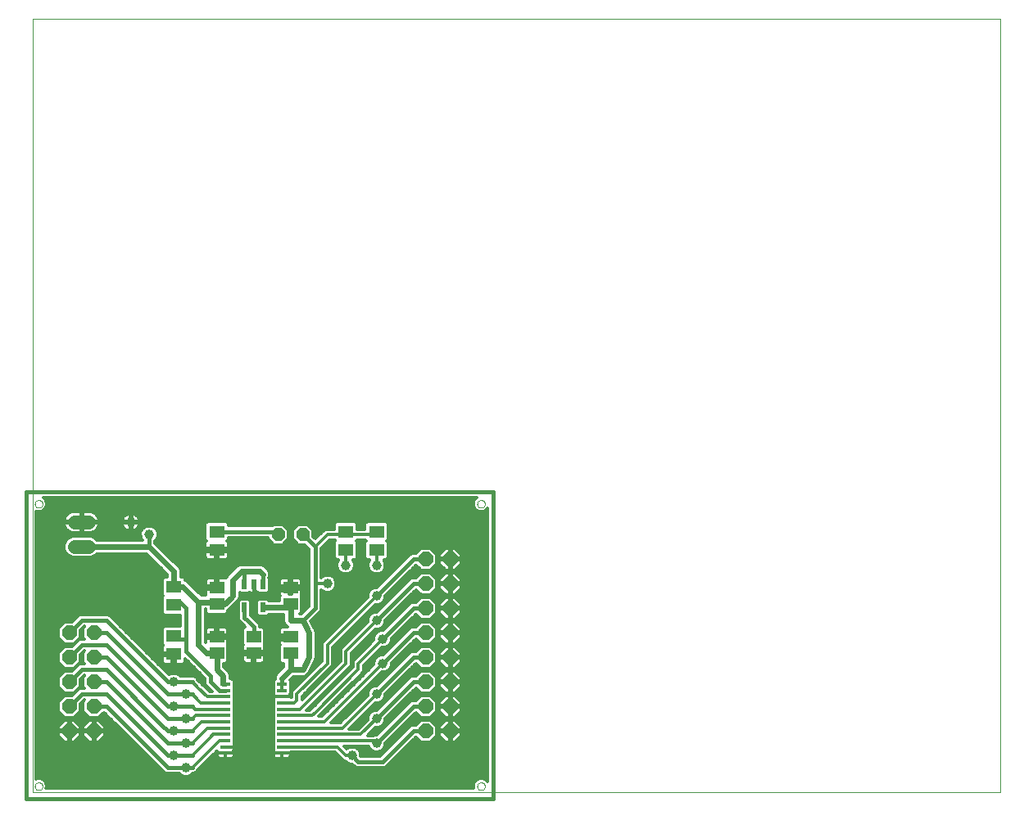
<source format=gtl>
G75*
G70*
%OFA0B0*%
%FSLAX24Y24*%
%IPPOS*%
%LPD*%
%AMOC8*
5,1,8,0,0,1.08239X$1,22.5*
%
%ADD10C,0.0000*%
%ADD11C,0.0160*%
%ADD12R,0.0390X0.0120*%
%ADD13R,0.0197X0.0394*%
%ADD14R,0.0591X0.0512*%
%ADD15C,0.0394*%
%ADD16OC8,0.0594*%
%ADD17C,0.0560*%
%ADD18R,0.0630X0.0512*%
%ADD19OC8,0.0520*%
%ADD20C,0.0240*%
%ADD21C,0.0120*%
D10*
X000430Y000430D02*
X000430Y031926D01*
X039800Y031926D01*
X039800Y000430D01*
X000430Y000430D01*
X000523Y000680D02*
X000525Y000705D01*
X000531Y000729D01*
X000540Y000751D01*
X000553Y000772D01*
X000569Y000791D01*
X000588Y000807D01*
X000609Y000820D01*
X000631Y000829D01*
X000655Y000835D01*
X000680Y000837D01*
X000705Y000835D01*
X000729Y000829D01*
X000751Y000820D01*
X000772Y000807D01*
X000791Y000791D01*
X000807Y000772D01*
X000820Y000751D01*
X000829Y000729D01*
X000835Y000705D01*
X000837Y000680D01*
X000835Y000655D01*
X000829Y000631D01*
X000820Y000609D01*
X000807Y000588D01*
X000791Y000569D01*
X000772Y000553D01*
X000751Y000540D01*
X000729Y000531D01*
X000705Y000525D01*
X000680Y000523D01*
X000655Y000525D01*
X000631Y000531D01*
X000609Y000540D01*
X000588Y000553D01*
X000569Y000569D01*
X000553Y000588D01*
X000540Y000609D01*
X000531Y000631D01*
X000525Y000655D01*
X000523Y000680D01*
X000523Y012180D02*
X000525Y012205D01*
X000531Y012229D01*
X000540Y012251D01*
X000553Y012272D01*
X000569Y012291D01*
X000588Y012307D01*
X000609Y012320D01*
X000631Y012329D01*
X000655Y012335D01*
X000680Y012337D01*
X000705Y012335D01*
X000729Y012329D01*
X000751Y012320D01*
X000772Y012307D01*
X000791Y012291D01*
X000807Y012272D01*
X000820Y012251D01*
X000829Y012229D01*
X000835Y012205D01*
X000837Y012180D01*
X000835Y012155D01*
X000829Y012131D01*
X000820Y012109D01*
X000807Y012088D01*
X000791Y012069D01*
X000772Y012053D01*
X000751Y012040D01*
X000729Y012031D01*
X000705Y012025D01*
X000680Y012023D01*
X000655Y012025D01*
X000631Y012031D01*
X000609Y012040D01*
X000588Y012053D01*
X000569Y012069D01*
X000553Y012088D01*
X000540Y012109D01*
X000531Y012131D01*
X000525Y012155D01*
X000523Y012180D01*
X018523Y012180D02*
X018525Y012205D01*
X018531Y012229D01*
X018540Y012251D01*
X018553Y012272D01*
X018569Y012291D01*
X018588Y012307D01*
X018609Y012320D01*
X018631Y012329D01*
X018655Y012335D01*
X018680Y012337D01*
X018705Y012335D01*
X018729Y012329D01*
X018751Y012320D01*
X018772Y012307D01*
X018791Y012291D01*
X018807Y012272D01*
X018820Y012251D01*
X018829Y012229D01*
X018835Y012205D01*
X018837Y012180D01*
X018835Y012155D01*
X018829Y012131D01*
X018820Y012109D01*
X018807Y012088D01*
X018791Y012069D01*
X018772Y012053D01*
X018751Y012040D01*
X018729Y012031D01*
X018705Y012025D01*
X018680Y012023D01*
X018655Y012025D01*
X018631Y012031D01*
X018609Y012040D01*
X018588Y012053D01*
X018569Y012069D01*
X018553Y012088D01*
X018540Y012109D01*
X018531Y012131D01*
X018525Y012155D01*
X018523Y012180D01*
X018523Y000680D02*
X018525Y000705D01*
X018531Y000729D01*
X018540Y000751D01*
X018553Y000772D01*
X018569Y000791D01*
X018588Y000807D01*
X018609Y000820D01*
X018631Y000829D01*
X018655Y000835D01*
X018680Y000837D01*
X018705Y000835D01*
X018729Y000829D01*
X018751Y000820D01*
X018772Y000807D01*
X018791Y000791D01*
X018807Y000772D01*
X018820Y000751D01*
X018829Y000729D01*
X018835Y000705D01*
X018837Y000680D01*
X018835Y000655D01*
X018829Y000631D01*
X018820Y000609D01*
X018807Y000588D01*
X018791Y000569D01*
X018772Y000553D01*
X018751Y000540D01*
X018729Y000531D01*
X018705Y000525D01*
X018680Y000523D01*
X018655Y000525D01*
X018631Y000531D01*
X018609Y000540D01*
X018588Y000553D01*
X018569Y000569D01*
X018553Y000588D01*
X018540Y000609D01*
X018531Y000631D01*
X018525Y000655D01*
X018523Y000680D01*
D11*
X019180Y000180D02*
X000180Y000180D01*
X000180Y012680D01*
X019180Y012680D01*
X019180Y000180D01*
X016430Y002930D02*
X015930Y002930D01*
X014930Y001930D01*
X014680Y001680D01*
X013680Y001680D01*
X013430Y001930D01*
X014430Y002430D02*
X015430Y003430D01*
X015930Y003930D01*
X016430Y003930D01*
X016430Y004930D02*
X015930Y004930D01*
X014430Y003430D01*
X014430Y004430D02*
X015930Y005930D01*
X016430Y005930D01*
X016430Y006930D02*
X015930Y006930D01*
X014680Y005680D01*
X014680Y006680D02*
X015930Y007930D01*
X016430Y007930D01*
X016430Y008930D02*
X015930Y008930D01*
X014430Y007430D01*
X014430Y008430D02*
X015930Y009930D01*
X016430Y009930D01*
X011930Y010430D02*
X011930Y008930D01*
X011930Y007930D01*
X011430Y007430D01*
X010792Y007958D02*
X010930Y008095D01*
X010930Y008180D01*
X010930Y008680D02*
X010430Y008680D01*
X010180Y008430D01*
X009680Y008430D01*
X009430Y008680D01*
X009430Y008902D01*
X009056Y008902D02*
X009056Y009304D01*
X008930Y009430D01*
X009804Y009306D02*
X009804Y008902D01*
X009804Y008804D01*
X009056Y007958D02*
X009056Y007804D01*
X009056Y007554D01*
X009180Y007430D01*
X009430Y007180D01*
X009430Y006765D01*
X010430Y006680D02*
X010845Y006680D01*
X010930Y006765D01*
X010930Y005430D02*
X010837Y005337D01*
X010582Y005082D02*
X010582Y004840D01*
X010579Y004837D01*
X010034Y004326D02*
X009430Y004930D01*
X008281Y004837D02*
X008180Y004837D01*
X008180Y004930D01*
X008180Y005079D02*
X008180Y005180D01*
X007680Y005180D02*
X007680Y004930D01*
X008028Y004582D01*
X008281Y004582D01*
X007680Y005180D02*
X006680Y006180D01*
X006680Y006680D01*
X006180Y006680D01*
X006180Y006804D01*
X006180Y006930D01*
X006680Y006680D02*
X006680Y007930D01*
X006430Y008180D01*
X006180Y008180D02*
X006180Y008056D01*
X007845Y008180D02*
X007930Y008095D01*
X008249Y008095D01*
X008507Y008353D02*
X008584Y008430D01*
X008507Y008353D01*
X007930Y011054D02*
X010306Y011054D01*
X011430Y010930D02*
X011930Y010430D01*
X005180Y010430D02*
X005180Y010930D01*
X003430Y007430D02*
X002430Y007430D01*
X001930Y006930D01*
X002430Y006430D02*
X003430Y006430D01*
X005930Y003930D01*
X006180Y003930D01*
X006930Y003930D01*
X006930Y004430D02*
X006680Y004430D01*
X005930Y004430D01*
X003430Y006930D01*
X002930Y006930D01*
X002430Y006430D02*
X001930Y005930D01*
X002430Y005430D02*
X003430Y005430D01*
X005680Y003180D01*
X005930Y002930D01*
X006180Y002930D01*
X006430Y002930D01*
X006930Y002930D01*
X006930Y003430D02*
X006680Y003430D01*
X006180Y003430D01*
X005930Y003430D01*
X003430Y005930D01*
X002930Y005930D01*
X002430Y005430D02*
X001930Y004930D01*
X002430Y004430D02*
X003430Y004430D01*
X005930Y001930D01*
X006180Y001930D01*
X006930Y001930D01*
X006930Y002430D02*
X006680Y002430D01*
X006180Y002430D01*
X005930Y002430D01*
X003430Y004930D01*
X002930Y004930D01*
X002430Y004430D02*
X001930Y003930D01*
X001930Y002930D02*
X002930Y002930D01*
X002930Y003930D02*
X003430Y003930D01*
X005930Y001430D01*
X006430Y001430D01*
X006680Y001430D01*
X006930Y001430D01*
X006930Y004930D02*
X005930Y004930D01*
X003430Y007430D01*
D12*
X008281Y004837D03*
X008281Y004582D03*
X008281Y004326D03*
X008281Y004070D03*
X008281Y003814D03*
X008281Y003558D03*
X008281Y003302D03*
X008281Y003046D03*
X008281Y002790D03*
X008281Y002534D03*
X008281Y002278D03*
X008281Y002023D03*
X010579Y002023D03*
X010579Y002278D03*
X010579Y002534D03*
X010579Y002790D03*
X010579Y003046D03*
X010579Y003302D03*
X010579Y003558D03*
X010579Y003814D03*
X010579Y004070D03*
X010579Y004326D03*
X010579Y004582D03*
X010579Y004837D03*
D13*
X009804Y007958D03*
X009056Y007958D03*
X009056Y008902D03*
X009430Y008902D03*
X009804Y008902D03*
D14*
X010930Y008765D03*
X010930Y008095D03*
X010930Y006765D03*
X010930Y006095D03*
X009430Y006095D03*
X009430Y006765D03*
X007930Y006765D03*
X007930Y006095D03*
X007930Y008095D03*
X007930Y008765D03*
D15*
X005180Y010930D03*
X004430Y011430D03*
X006180Y004930D03*
X006680Y004430D03*
X006180Y003930D03*
X006680Y003430D03*
X006180Y002930D03*
X006680Y002430D03*
X006180Y001930D03*
X006680Y001430D03*
X013430Y001930D03*
X014430Y002430D03*
X014430Y003430D03*
X014430Y004430D03*
X014680Y005680D03*
X014680Y006680D03*
X014430Y007430D03*
X014430Y008430D03*
X014430Y009680D03*
X013180Y009680D03*
X012430Y008930D03*
D16*
X016430Y008930D03*
X017430Y008930D03*
X017430Y007930D03*
X016430Y007930D03*
X016430Y006930D03*
X017430Y006930D03*
X017430Y005930D03*
X016430Y005930D03*
X016430Y004930D03*
X017430Y004930D03*
X017430Y003930D03*
X016430Y003930D03*
X016430Y002930D03*
X017430Y002930D03*
X017430Y009930D03*
X016430Y009930D03*
X002930Y006930D03*
X002930Y005930D03*
X002930Y004930D03*
X002930Y003930D03*
X002930Y002930D03*
X001930Y002930D03*
X001930Y003930D03*
X001930Y004930D03*
X001930Y005930D03*
X001930Y006930D03*
D17*
X002150Y010430D02*
X002710Y010430D01*
X002710Y011430D02*
X002150Y011430D01*
D18*
X006180Y008804D03*
X006180Y008056D03*
X006180Y006804D03*
X006180Y006056D03*
X007930Y010306D03*
X007930Y011054D03*
X013180Y011054D03*
X013180Y010306D03*
X014430Y010306D03*
X014430Y011054D03*
D19*
X011430Y010930D03*
X010430Y010930D03*
D20*
X009680Y009430D02*
X009430Y009430D01*
X008930Y009430D01*
X008584Y009084D01*
X008584Y008430D01*
X008507Y008353D02*
X008249Y008095D01*
X007845Y008180D02*
X007180Y008180D01*
X006556Y008804D01*
X006180Y008804D01*
X006180Y008930D02*
X006180Y009430D01*
X005180Y010430D01*
X002430Y010430D01*
X007180Y008180D02*
X007180Y006430D01*
X007515Y006095D01*
X007930Y006095D01*
X007930Y005430D01*
X008180Y005180D01*
X008180Y005079D02*
X008180Y004930D01*
X010582Y005082D02*
X010837Y005337D01*
X010930Y005430D02*
X010930Y006095D01*
X011680Y005930D02*
X011680Y006930D01*
X011430Y007430D01*
X010930Y007430D01*
X010930Y008180D01*
X010792Y007958D02*
X009804Y007958D01*
X009804Y009306D02*
X009680Y009430D01*
X011680Y005930D02*
X011430Y005430D01*
X010930Y005430D01*
D21*
X011046Y005150D02*
X011420Y005150D01*
X011466Y005147D01*
X011475Y005150D01*
X011486Y005150D01*
X011528Y005168D01*
X011571Y005182D01*
X011579Y005189D01*
X011589Y005193D01*
X011621Y005225D01*
X011656Y005255D01*
X011660Y005264D01*
X011667Y005271D01*
X011685Y005314D01*
X011910Y005764D01*
X011917Y005771D01*
X011935Y005814D01*
X011955Y005855D01*
X011956Y005865D01*
X011960Y005874D01*
X011960Y005920D01*
X011963Y005966D01*
X011960Y005975D01*
X011960Y006885D01*
X011963Y006894D01*
X011960Y006940D01*
X011960Y006986D01*
X011956Y006995D01*
X011955Y007005D01*
X011935Y007046D01*
X011917Y007089D01*
X011910Y007096D01*
X011752Y007412D01*
X012133Y007794D01*
X012170Y007882D01*
X012170Y008685D01*
X012228Y008627D01*
X012359Y008573D01*
X012501Y008573D01*
X012632Y008627D01*
X012733Y008728D01*
X012787Y008859D01*
X012787Y009001D01*
X012733Y009132D01*
X012632Y009233D01*
X012501Y009287D01*
X012359Y009287D01*
X012228Y009233D01*
X012170Y009175D01*
X012170Y010359D01*
X012521Y010710D01*
X012727Y010710D01*
X012757Y010680D01*
X012705Y010628D01*
X012705Y009984D01*
X012799Y009890D01*
X012885Y009890D01*
X012877Y009882D01*
X012823Y009751D01*
X012823Y009609D01*
X012877Y009478D01*
X012978Y009377D01*
X013109Y009323D01*
X013251Y009323D01*
X013382Y009377D01*
X013483Y009478D01*
X013537Y009609D01*
X013537Y009751D01*
X013483Y009882D01*
X013475Y009890D01*
X013561Y009890D01*
X013655Y009984D01*
X013655Y010628D01*
X013603Y010680D01*
X013633Y010710D01*
X013977Y010710D01*
X014007Y010680D01*
X013955Y010628D01*
X013955Y009984D01*
X014049Y009890D01*
X014135Y009890D01*
X014127Y009882D01*
X014073Y009751D01*
X014073Y009609D01*
X014127Y009478D01*
X014228Y009377D01*
X014359Y009323D01*
X014501Y009323D01*
X014632Y009377D01*
X014733Y009478D01*
X014787Y009609D01*
X014787Y009751D01*
X014733Y009882D01*
X014725Y009890D01*
X014811Y009890D01*
X014905Y009984D01*
X014905Y010628D01*
X014853Y010680D01*
X014905Y010732D01*
X014905Y011376D01*
X014811Y011470D01*
X014049Y011470D01*
X013955Y011376D01*
X013955Y011150D01*
X013655Y011150D01*
X013655Y011376D01*
X013561Y011470D01*
X012799Y011470D01*
X012705Y011376D01*
X012705Y011150D01*
X012339Y011150D01*
X012210Y011021D01*
X011944Y010755D01*
X011850Y010849D01*
X011850Y011104D01*
X011604Y011350D01*
X011256Y011350D01*
X011010Y011104D01*
X011010Y010756D01*
X011256Y010510D01*
X011511Y010510D01*
X011690Y010331D01*
X011690Y008029D01*
X011371Y007710D01*
X011322Y007710D01*
X011385Y007773D01*
X011385Y008418D01*
X011368Y008435D01*
X011374Y008447D01*
X011385Y008488D01*
X011690Y008488D01*
X011690Y008370D02*
X011385Y008370D01*
X011385Y008488D02*
X011385Y008705D01*
X010990Y008705D01*
X010990Y008825D01*
X010870Y008825D01*
X010870Y009181D01*
X010614Y009181D01*
X010573Y009170D01*
X010536Y009149D01*
X010507Y009119D01*
X010486Y009082D01*
X010475Y009042D01*
X010475Y008825D01*
X010870Y008825D01*
X010870Y008705D01*
X010475Y008705D01*
X010475Y008488D01*
X008864Y008488D01*
X008891Y008546D02*
X009221Y008546D01*
X009246Y008570D01*
X009270Y008556D01*
X009311Y008546D01*
X009430Y008546D01*
X009549Y008546D01*
X009590Y008556D01*
X009614Y008570D01*
X009639Y008546D01*
X009969Y008546D01*
X010062Y008639D01*
X010062Y009166D01*
X010053Y009175D01*
X010084Y009250D01*
X010084Y009362D01*
X010041Y009465D01*
X009917Y009589D01*
X009839Y009667D01*
X009736Y009710D01*
X008874Y009710D01*
X008771Y009667D01*
X008693Y009589D01*
X008346Y009242D01*
X008311Y009156D01*
X008287Y009170D01*
X008246Y009181D01*
X007990Y009181D01*
X007990Y008825D01*
X007870Y008825D01*
X007870Y009181D01*
X007614Y009181D01*
X007573Y009170D01*
X007536Y009149D01*
X007507Y009119D01*
X007486Y009082D01*
X007475Y009042D01*
X007475Y008825D01*
X007870Y008825D01*
X007870Y008705D01*
X007475Y008705D01*
X007475Y008488D01*
X007268Y008488D01*
X007296Y008460D02*
X006715Y009041D01*
X006655Y009066D01*
X006655Y009126D01*
X006561Y009220D01*
X006460Y009220D01*
X006460Y009486D01*
X006417Y009589D01*
X006339Y009667D01*
X005420Y010586D01*
X005420Y010665D01*
X005483Y010728D01*
X005537Y010859D01*
X005537Y011001D01*
X005483Y011132D01*
X005382Y011233D01*
X005251Y011287D01*
X005109Y011287D01*
X004978Y011233D01*
X004877Y011132D01*
X004823Y011001D01*
X004823Y010859D01*
X004877Y010728D01*
X004895Y010710D01*
X003052Y010710D01*
X002959Y010803D01*
X002798Y010870D01*
X002062Y010870D01*
X001901Y010803D01*
X001777Y010679D01*
X001710Y010518D01*
X001710Y010342D01*
X001777Y010181D01*
X001901Y010057D01*
X002062Y009990D01*
X002798Y009990D01*
X002959Y010057D01*
X003052Y010150D01*
X005064Y010150D01*
X005900Y009314D01*
X005900Y009220D01*
X005799Y009220D01*
X005705Y009126D01*
X005705Y008482D01*
X005757Y008430D01*
X005705Y008378D01*
X005705Y007734D01*
X005799Y007640D01*
X006440Y007640D01*
X006440Y007220D01*
X005799Y007220D01*
X005705Y007126D01*
X005705Y006482D01*
X005757Y006430D01*
X005737Y006410D01*
X005716Y006374D01*
X005705Y006333D01*
X005705Y006116D01*
X006120Y006116D01*
X006120Y005996D01*
X005705Y005996D01*
X005705Y005779D01*
X005716Y005738D01*
X005737Y005702D01*
X005767Y005672D01*
X005803Y005651D01*
X005844Y005640D01*
X006120Y005640D01*
X006120Y005996D01*
X006240Y005996D01*
X006240Y005640D01*
X006516Y005640D01*
X006557Y005651D01*
X006593Y005672D01*
X006623Y005702D01*
X006644Y005738D01*
X006655Y005779D01*
X006655Y005866D01*
X007440Y005081D01*
X007440Y004882D01*
X007477Y004794D01*
X007725Y004546D01*
X007625Y004546D01*
X007271Y004900D01*
X007153Y005018D01*
X007133Y005066D01*
X007066Y005133D01*
X006978Y005170D01*
X006445Y005170D01*
X006382Y005233D01*
X006251Y005287D01*
X006109Y005287D01*
X005978Y005233D01*
X005972Y005227D01*
X003566Y007633D01*
X003478Y007670D01*
X002382Y007670D01*
X002294Y007633D01*
X002227Y007566D01*
X002047Y007387D01*
X001741Y007387D01*
X001473Y007119D01*
X001473Y006741D01*
X001741Y006473D01*
X002119Y006473D01*
X002387Y006741D01*
X002387Y007047D01*
X002529Y007190D01*
X002544Y007190D01*
X002473Y007119D01*
X002473Y006741D01*
X002544Y006670D01*
X002382Y006670D01*
X002294Y006633D01*
X002047Y006387D01*
X001741Y006387D01*
X001473Y006119D01*
X001473Y005741D01*
X001741Y005473D01*
X002119Y005473D01*
X002387Y005741D01*
X002387Y006047D01*
X002529Y006190D01*
X002544Y006190D01*
X002473Y006119D01*
X002473Y005741D01*
X002544Y005670D01*
X002382Y005670D01*
X002294Y005633D01*
X002227Y005566D01*
X002047Y005387D01*
X001741Y005387D01*
X001473Y005119D01*
X001473Y004741D01*
X001741Y004473D01*
X002119Y004473D01*
X002387Y004741D01*
X002387Y005047D01*
X002529Y005190D01*
X002544Y005190D01*
X002473Y005119D01*
X002473Y004741D01*
X002544Y004670D01*
X002382Y004670D01*
X002294Y004633D01*
X002227Y004566D01*
X002047Y004387D01*
X001741Y004387D01*
X001473Y004119D01*
X001473Y003741D01*
X001741Y003473D01*
X002119Y003473D01*
X002387Y003741D01*
X002387Y004047D01*
X002529Y004190D01*
X002544Y004190D01*
X002473Y004119D01*
X002473Y003741D01*
X002741Y003473D01*
X003119Y003473D01*
X003333Y003687D01*
X005727Y001294D01*
X005794Y001227D01*
X005882Y001190D01*
X006415Y001190D01*
X006478Y001127D01*
X006609Y001073D01*
X006751Y001073D01*
X006882Y001127D01*
X006945Y001190D01*
X006978Y001190D01*
X007066Y001227D01*
X007133Y001294D01*
X007153Y001342D01*
X007930Y002119D01*
X007926Y002104D01*
X007926Y002023D01*
X008281Y002023D01*
X008281Y002023D01*
X007926Y002023D01*
X007926Y001941D01*
X007937Y001901D01*
X007958Y001864D01*
X007988Y001834D01*
X008025Y001813D01*
X008065Y001803D01*
X008281Y001803D01*
X008281Y002023D01*
X008636Y002023D01*
X008636Y002104D01*
X008625Y002144D01*
X008622Y002150D01*
X008625Y002157D01*
X008636Y002197D01*
X008636Y002278D01*
X008281Y002278D01*
X008281Y002278D01*
X008636Y002278D01*
X008636Y002359D01*
X008626Y002398D01*
X008636Y002408D01*
X008636Y002661D01*
X008635Y002662D01*
X008636Y002664D01*
X008636Y002917D01*
X008635Y002918D01*
X008636Y002920D01*
X008636Y003172D01*
X008635Y003174D01*
X008636Y003176D01*
X008636Y003428D01*
X008635Y003430D01*
X008636Y003432D01*
X008636Y003684D01*
X008635Y003686D01*
X008636Y003688D01*
X008636Y003940D01*
X008635Y003942D01*
X008636Y003943D01*
X008636Y004196D01*
X008635Y004198D01*
X008636Y004199D01*
X008636Y004452D01*
X008635Y004454D01*
X008636Y004455D01*
X008636Y004708D01*
X008635Y004710D01*
X008636Y004711D01*
X008636Y004964D01*
X008543Y005057D01*
X008460Y005057D01*
X008460Y005236D01*
X008417Y005339D01*
X008210Y005546D01*
X008210Y005679D01*
X008292Y005679D01*
X008385Y005773D01*
X008385Y006418D01*
X008368Y006435D01*
X008374Y006447D01*
X008385Y006488D01*
X008385Y006705D01*
X007990Y006705D01*
X007990Y006825D01*
X007870Y006825D01*
X007870Y007181D01*
X007614Y007181D01*
X007573Y007170D01*
X007536Y007149D01*
X007507Y007119D01*
X007486Y007082D01*
X007475Y007042D01*
X007475Y006825D01*
X007870Y006825D01*
X007870Y006705D01*
X007475Y006705D01*
X007475Y006531D01*
X007460Y006546D01*
X007460Y007900D01*
X007475Y007900D01*
X007475Y007773D01*
X007568Y007679D01*
X008292Y007679D01*
X008385Y007773D01*
X008385Y007849D01*
X008408Y007858D01*
X008742Y008193D01*
X008821Y008271D01*
X008864Y008374D01*
X008864Y008573D01*
X008891Y008546D01*
X008862Y008370D02*
X010475Y008370D01*
X010475Y008418D02*
X010475Y008238D01*
X010046Y008238D01*
X009969Y008314D01*
X009639Y008314D01*
X009546Y008221D01*
X009546Y008065D01*
X009524Y008013D01*
X009524Y007902D01*
X009546Y007850D01*
X009546Y007694D01*
X009639Y007601D01*
X009969Y007601D01*
X010046Y007678D01*
X010650Y007678D01*
X010650Y007374D01*
X010693Y007271D01*
X010771Y007193D01*
X010801Y007181D01*
X010614Y007181D01*
X010573Y007170D01*
X010536Y007149D01*
X010507Y007119D01*
X010486Y007082D01*
X010475Y007042D01*
X010475Y006825D01*
X010870Y006825D01*
X010870Y006705D01*
X010475Y006705D01*
X010475Y006488D01*
X010486Y006447D01*
X010492Y006435D01*
X010475Y006418D01*
X010475Y005773D01*
X010568Y005679D01*
X010650Y005679D01*
X010650Y005546D01*
X010344Y005240D01*
X010302Y005137D01*
X010302Y005042D01*
X010224Y004964D01*
X010224Y004711D01*
X010225Y004710D01*
X010224Y004708D01*
X010224Y004455D01*
X010234Y004445D01*
X010224Y004407D01*
X010224Y004326D01*
X010579Y004326D01*
X010934Y004326D01*
X010934Y004407D01*
X010923Y004445D01*
X010934Y004455D01*
X010934Y004708D01*
X010932Y004710D01*
X010934Y004711D01*
X010934Y004964D01*
X010897Y005001D01*
X011046Y005150D01*
X010947Y005052D02*
X011490Y005052D01*
X011535Y005170D02*
X011609Y005170D01*
X011674Y005289D02*
X011727Y005289D01*
X011732Y005407D02*
X011846Y005407D01*
X011791Y005526D02*
X011964Y005526D01*
X011850Y005644D02*
X012083Y005644D01*
X012201Y005763D02*
X011909Y005763D01*
X011960Y005881D02*
X012210Y005881D01*
X012210Y005771D02*
X010960Y004521D01*
X010960Y004290D01*
X010934Y004290D01*
X010934Y004326D01*
X010579Y004326D01*
X010579Y004326D01*
X010034Y004326D01*
X010224Y004326D02*
X010224Y004245D01*
X010234Y004206D01*
X010224Y004196D01*
X010224Y003943D01*
X010225Y003942D01*
X010224Y003940D01*
X010224Y003688D01*
X010225Y003686D01*
X010224Y003684D01*
X010224Y003432D01*
X010225Y003430D01*
X010224Y003428D01*
X010224Y003176D01*
X010225Y003174D01*
X010224Y003172D01*
X010224Y002920D01*
X010225Y002918D01*
X010224Y002917D01*
X010224Y002664D01*
X010225Y002662D01*
X010224Y002661D01*
X010224Y002408D01*
X010225Y002406D01*
X010224Y002405D01*
X010224Y002152D01*
X010234Y002142D01*
X010224Y002104D01*
X010224Y002023D01*
X010579Y002023D01*
X010934Y002023D01*
X010934Y002058D01*
X012740Y002058D01*
X012960Y001839D01*
X013089Y001710D01*
X013145Y001710D01*
X013228Y001627D01*
X013359Y001573D01*
X013447Y001573D01*
X013544Y001477D01*
X013632Y001440D01*
X014728Y001440D01*
X014816Y001477D01*
X014883Y001544D01*
X015133Y001794D01*
X016027Y002687D01*
X016241Y002473D01*
X016619Y002473D01*
X016887Y002741D01*
X016887Y003119D01*
X016619Y003387D01*
X016241Y003387D01*
X016024Y003170D01*
X015882Y003170D01*
X015794Y003133D01*
X014794Y002133D01*
X014581Y001920D01*
X013787Y001920D01*
X013787Y002001D01*
X013733Y002132D01*
X013632Y002233D01*
X013501Y002287D01*
X013359Y002287D01*
X013228Y002233D01*
X013208Y002213D01*
X013107Y002314D01*
X014092Y002314D01*
X014127Y002228D01*
X014228Y002127D01*
X014359Y002073D01*
X014501Y002073D01*
X014632Y002127D01*
X014733Y002228D01*
X014787Y002359D01*
X014787Y002447D01*
X015566Y003227D01*
X016027Y003687D01*
X016241Y003473D01*
X016619Y003473D01*
X016887Y003741D01*
X016887Y004119D01*
X016619Y004387D01*
X016241Y004387D01*
X016024Y004170D01*
X015882Y004170D01*
X015794Y004133D01*
X015727Y004066D01*
X015227Y003566D01*
X014447Y002787D01*
X014359Y002787D01*
X014281Y002754D01*
X014065Y002754D01*
X014384Y003073D01*
X014501Y003073D01*
X014632Y003127D01*
X014733Y003228D01*
X014787Y003359D01*
X014787Y003447D01*
X016027Y004687D01*
X016241Y004473D01*
X016619Y004473D01*
X016887Y004741D01*
X016887Y005119D01*
X016619Y005387D01*
X016241Y005387D01*
X016024Y005170D01*
X015509Y005170D01*
X015391Y005052D02*
X015712Y005052D01*
X015794Y005133D02*
X014447Y003787D01*
X014359Y003787D01*
X014228Y003733D01*
X014127Y003632D01*
X014073Y003501D01*
X014073Y003384D01*
X013699Y003010D01*
X013321Y003010D01*
X014384Y004073D01*
X014501Y004073D01*
X014632Y004127D01*
X014733Y004228D01*
X014787Y004359D01*
X014787Y004447D01*
X016027Y005687D01*
X016241Y005473D01*
X016619Y005473D01*
X016887Y005741D01*
X016887Y006119D01*
X016619Y006387D01*
X016241Y006387D01*
X016024Y006170D01*
X015882Y006170D01*
X015794Y006133D01*
X015727Y006066D01*
X014447Y004787D01*
X014359Y004787D01*
X014228Y004733D01*
X014127Y004632D01*
X014073Y004501D01*
X014073Y004384D01*
X012955Y003266D01*
X012577Y003266D01*
X014634Y005323D01*
X014751Y005323D01*
X014882Y005377D01*
X014983Y005478D01*
X015037Y005609D01*
X015037Y005697D01*
X016027Y006687D01*
X016241Y006473D01*
X016619Y006473D01*
X016887Y006741D01*
X016887Y007119D01*
X016619Y007387D01*
X016241Y007387D01*
X016024Y007170D01*
X015882Y007170D01*
X015794Y007133D01*
X015727Y007066D01*
X015405Y007066D01*
X015287Y006948D02*
X015608Y006948D01*
X015727Y007066D02*
X014697Y006037D01*
X014609Y006037D01*
X014478Y005983D01*
X014377Y005882D01*
X014323Y005751D01*
X014323Y005634D01*
X012211Y003522D01*
X012083Y003522D01*
X013771Y005210D01*
X013900Y005339D01*
X013900Y005589D01*
X014634Y006323D01*
X014751Y006323D01*
X014882Y006377D01*
X014983Y006478D01*
X015037Y006609D01*
X015037Y006697D01*
X016027Y007687D01*
X016241Y007473D01*
X016619Y007473D01*
X016887Y007741D01*
X016887Y008119D01*
X016619Y008387D01*
X016241Y008387D01*
X016024Y008170D01*
X015882Y008170D01*
X015794Y008133D01*
X014697Y007037D01*
X014609Y007037D01*
X014478Y006983D01*
X014377Y006882D01*
X014323Y006751D01*
X014323Y006634D01*
X013460Y005771D01*
X013460Y005521D01*
X011717Y003778D01*
X011589Y003778D01*
X013271Y005460D01*
X013400Y005589D01*
X013400Y006089D01*
X014384Y007073D01*
X014501Y007073D01*
X014632Y007127D01*
X014733Y007228D01*
X014787Y007359D01*
X014787Y007447D01*
X016027Y008687D01*
X016241Y008473D01*
X016619Y008473D01*
X016887Y008741D01*
X016887Y009119D01*
X016619Y009387D01*
X016241Y009387D01*
X016024Y009170D01*
X015882Y009170D01*
X015794Y009133D01*
X015727Y009066D01*
X014447Y007787D01*
X014359Y007787D01*
X014228Y007733D01*
X014127Y007632D01*
X014073Y007501D01*
X014073Y007384D01*
X012960Y006271D01*
X012960Y005771D01*
X011400Y004211D01*
X011400Y004339D01*
X012650Y005589D01*
X012650Y006339D01*
X014384Y008073D01*
X014501Y008073D01*
X014632Y008127D01*
X014733Y008228D01*
X014787Y008359D01*
X014787Y008447D01*
X016027Y009687D01*
X016241Y009473D01*
X016619Y009473D01*
X016887Y009741D01*
X016887Y010119D01*
X016619Y010387D01*
X016241Y010387D01*
X016024Y010170D01*
X015882Y010170D01*
X015794Y010133D01*
X014447Y008787D01*
X014359Y008787D01*
X014228Y008733D01*
X014127Y008632D01*
X014073Y008501D01*
X014073Y008384D01*
X012339Y006650D01*
X012210Y006521D01*
X012210Y005771D01*
X012210Y006000D02*
X011960Y006000D01*
X011960Y006118D02*
X012210Y006118D01*
X012210Y006237D02*
X011960Y006237D01*
X011960Y006355D02*
X012210Y006355D01*
X012210Y006474D02*
X011960Y006474D01*
X011960Y006592D02*
X012281Y006592D01*
X012399Y006711D02*
X011960Y006711D01*
X011960Y006829D02*
X012518Y006829D01*
X012636Y006948D02*
X011960Y006948D01*
X011927Y007066D02*
X012755Y007066D01*
X012873Y007185D02*
X011866Y007185D01*
X011807Y007303D02*
X012992Y007303D01*
X013110Y007422D02*
X011761Y007422D01*
X011879Y007540D02*
X013229Y007540D01*
X013347Y007659D02*
X011998Y007659D01*
X012116Y007777D02*
X013466Y007777D01*
X013584Y007896D02*
X012170Y007896D01*
X012170Y008014D02*
X013703Y008014D01*
X013821Y008133D02*
X012170Y008133D01*
X012170Y008251D02*
X013940Y008251D01*
X014058Y008370D02*
X012170Y008370D01*
X012170Y008488D02*
X014073Y008488D01*
X014117Y008607D02*
X012582Y008607D01*
X012730Y008725D02*
X014220Y008725D01*
X014504Y008844D02*
X012780Y008844D01*
X012787Y008962D02*
X014623Y008962D01*
X014741Y009081D02*
X012754Y009081D01*
X012666Y009199D02*
X014860Y009199D01*
X014978Y009318D02*
X012170Y009318D01*
X012170Y009436D02*
X012919Y009436D01*
X012846Y009555D02*
X012170Y009555D01*
X012170Y009673D02*
X012823Y009673D01*
X012840Y009792D02*
X012170Y009792D01*
X012170Y009910D02*
X012779Y009910D01*
X012705Y010029D02*
X012170Y010029D01*
X012170Y010147D02*
X012705Y010147D01*
X012705Y010266D02*
X012170Y010266D01*
X012195Y010384D02*
X012705Y010384D01*
X012705Y010503D02*
X012314Y010503D01*
X012432Y010621D02*
X012705Y010621D01*
X012430Y010930D02*
X013180Y010930D01*
X013180Y011054D01*
X013180Y010930D02*
X014430Y010930D01*
X014430Y011180D01*
X014905Y011214D02*
X018940Y011214D01*
X018940Y011332D02*
X014905Y011332D01*
X014831Y011451D02*
X018940Y011451D01*
X018940Y011569D02*
X004759Y011569D01*
X004746Y011599D02*
X004707Y011657D01*
X004657Y011707D01*
X004599Y011746D01*
X004534Y011773D01*
X004468Y011786D01*
X004468Y011468D01*
X004786Y011468D01*
X004773Y011534D01*
X004746Y011599D01*
X004677Y011688D02*
X018940Y011688D01*
X018940Y011806D02*
X002941Y011806D01*
X002879Y011838D01*
X002813Y011859D01*
X002745Y011870D01*
X002460Y011870D01*
X002460Y011460D01*
X002400Y011460D01*
X002400Y011870D01*
X002115Y011870D01*
X002047Y011859D01*
X001981Y011838D01*
X001919Y011806D01*
X000590Y011806D01*
X000617Y011863D02*
X000743Y011863D01*
X000860Y011911D01*
X000949Y012000D01*
X000997Y012117D01*
X000997Y012243D01*
X000949Y012360D01*
X000869Y012440D01*
X018491Y012440D01*
X018411Y012360D01*
X018363Y012243D01*
X018363Y012117D01*
X018411Y012000D01*
X018500Y011911D01*
X018617Y011863D01*
X018743Y011863D01*
X018860Y011911D01*
X018940Y011991D01*
X018940Y000869D01*
X018860Y000949D01*
X018743Y000997D01*
X018617Y000997D01*
X018500Y000949D01*
X018411Y000860D01*
X018363Y000743D01*
X018363Y000617D01*
X018374Y000590D01*
X000986Y000590D01*
X000997Y000617D01*
X000997Y000743D01*
X000949Y000860D01*
X000860Y000949D01*
X000743Y000997D01*
X000617Y000997D01*
X000590Y000986D01*
X000590Y011874D01*
X000617Y011863D01*
X000590Y011688D02*
X001793Y011688D01*
X001774Y011661D02*
X001742Y011599D01*
X001721Y011533D01*
X001710Y011465D01*
X001710Y011460D01*
X002400Y011460D01*
X002400Y011400D01*
X002460Y011400D01*
X002460Y011460D01*
X003150Y011460D01*
X003150Y011465D01*
X003139Y011533D01*
X003118Y011599D01*
X003086Y011661D01*
X003046Y011717D01*
X002997Y011766D01*
X002941Y011806D01*
X003067Y011688D02*
X004183Y011688D01*
X004203Y011707D02*
X004153Y011657D01*
X004114Y011599D01*
X004087Y011534D01*
X004074Y011468D01*
X004392Y011468D01*
X004392Y011392D01*
X004468Y011392D01*
X004468Y011468D01*
X004392Y011468D01*
X004392Y011786D01*
X004326Y011773D01*
X004261Y011746D01*
X004203Y011707D01*
X004101Y011569D02*
X003127Y011569D01*
X003150Y011400D02*
X002460Y011400D01*
X002460Y010990D01*
X002745Y010990D01*
X002813Y011001D01*
X002879Y011022D01*
X002941Y011054D01*
X002997Y011094D01*
X003046Y011143D01*
X003086Y011199D01*
X003118Y011261D01*
X003139Y011327D01*
X003150Y011395D01*
X003150Y011400D01*
X003140Y011332D02*
X004086Y011332D01*
X004087Y011326D02*
X004114Y011261D01*
X004153Y011203D01*
X004203Y011153D01*
X004261Y011114D01*
X004326Y011087D01*
X004392Y011074D01*
X004392Y011392D01*
X004074Y011392D01*
X004087Y011326D01*
X004145Y011214D02*
X003094Y011214D01*
X002997Y011095D02*
X004306Y011095D01*
X004392Y011095D02*
X004468Y011095D01*
X004468Y011074D02*
X004534Y011087D01*
X004599Y011114D01*
X004657Y011153D01*
X004707Y011203D01*
X004746Y011261D01*
X004773Y011326D01*
X004786Y011392D01*
X004468Y011392D01*
X004468Y011074D01*
X004554Y011095D02*
X004862Y011095D01*
X004823Y010977D02*
X000590Y010977D01*
X000590Y011095D02*
X001863Y011095D01*
X001863Y011094D02*
X001919Y011054D01*
X001981Y011022D01*
X002047Y011001D01*
X002115Y010990D01*
X002400Y010990D01*
X002400Y011400D01*
X001710Y011400D01*
X001710Y011395D01*
X001721Y011327D01*
X001742Y011261D01*
X001774Y011199D01*
X001814Y011143D01*
X001863Y011094D01*
X001766Y011214D02*
X000590Y011214D01*
X000590Y011332D02*
X001720Y011332D01*
X001733Y011569D02*
X000590Y011569D01*
X000590Y011451D02*
X002400Y011451D01*
X002460Y011451D02*
X004392Y011451D01*
X004468Y011451D02*
X007529Y011451D01*
X007549Y011470D02*
X007455Y011376D01*
X007455Y010732D01*
X007507Y010680D01*
X007487Y010660D01*
X007466Y010624D01*
X007455Y010583D01*
X007455Y010366D01*
X007870Y010366D01*
X007870Y010246D01*
X007455Y010246D01*
X007455Y010029D01*
X007466Y009988D01*
X007487Y009952D01*
X007517Y009922D01*
X007553Y009901D01*
X007594Y009890D01*
X007870Y009890D01*
X007870Y010246D01*
X007990Y010246D01*
X007990Y010366D01*
X008405Y010366D01*
X008405Y010583D01*
X008394Y010624D01*
X008373Y010660D01*
X008353Y010680D01*
X008405Y010732D01*
X008405Y010814D01*
X010010Y010814D01*
X010010Y010756D01*
X010256Y010510D01*
X010604Y010510D01*
X010850Y010756D01*
X010850Y011104D01*
X010604Y011350D01*
X010256Y011350D01*
X010200Y011294D01*
X008405Y011294D01*
X008405Y011376D01*
X008311Y011470D01*
X007549Y011470D01*
X007455Y011332D02*
X004774Y011332D01*
X004715Y011214D02*
X004959Y011214D01*
X005401Y011214D02*
X007455Y011214D01*
X007455Y011095D02*
X005498Y011095D01*
X005537Y010977D02*
X007455Y010977D01*
X007455Y010858D02*
X005536Y010858D01*
X005487Y010740D02*
X007455Y010740D01*
X007465Y010621D02*
X005420Y010621D01*
X005503Y010503D02*
X007455Y010503D01*
X007455Y010384D02*
X005622Y010384D01*
X005740Y010266D02*
X007870Y010266D01*
X007870Y010147D02*
X007990Y010147D01*
X007990Y010246D02*
X007990Y009890D01*
X008266Y009890D01*
X008307Y009901D01*
X008343Y009922D01*
X008373Y009952D01*
X008394Y009988D01*
X008405Y010029D01*
X008405Y010246D01*
X007990Y010246D01*
X007990Y010266D02*
X011690Y010266D01*
X011690Y010147D02*
X008405Y010147D01*
X008405Y010029D02*
X011690Y010029D01*
X011690Y009910D02*
X008322Y009910D01*
X007990Y009910D02*
X007870Y009910D01*
X007870Y010029D02*
X007990Y010029D01*
X008405Y010384D02*
X011637Y010384D01*
X011518Y010503D02*
X008405Y010503D01*
X008395Y010621D02*
X010145Y010621D01*
X010027Y010740D02*
X008405Y010740D01*
X008405Y011332D02*
X010238Y011332D01*
X010306Y011054D02*
X010430Y010930D01*
X010715Y010621D02*
X011145Y010621D01*
X011027Y010740D02*
X010833Y010740D01*
X010850Y010858D02*
X011010Y010858D01*
X011010Y010977D02*
X010850Y010977D01*
X010850Y011095D02*
X011010Y011095D01*
X011120Y011214D02*
X010740Y011214D01*
X010622Y011332D02*
X011238Y011332D01*
X011622Y011332D02*
X012705Y011332D01*
X012705Y011214D02*
X011740Y011214D01*
X011850Y011095D02*
X012284Y011095D01*
X012165Y010977D02*
X011850Y010977D01*
X011850Y010858D02*
X012047Y010858D01*
X012430Y010930D02*
X011930Y010430D01*
X011690Y009792D02*
X006214Y009792D01*
X006096Y009910D02*
X007538Y009910D01*
X007455Y010029D02*
X005977Y010029D01*
X005859Y010147D02*
X007455Y010147D01*
X006431Y009555D02*
X008659Y009555D01*
X008540Y009436D02*
X006460Y009436D01*
X006460Y009318D02*
X008422Y009318D01*
X008328Y009199D02*
X006582Y009199D01*
X006655Y009081D02*
X007485Y009081D01*
X007475Y008962D02*
X006794Y008962D01*
X006912Y008844D02*
X007475Y008844D01*
X007475Y008607D02*
X007149Y008607D01*
X007031Y008725D02*
X007870Y008725D01*
X007870Y008844D02*
X007990Y008844D01*
X007990Y008962D02*
X007870Y008962D01*
X007870Y009081D02*
X007990Y009081D01*
X007475Y008488D02*
X007482Y008460D01*
X007296Y008460D01*
X007460Y007896D02*
X007475Y007896D01*
X007460Y007777D02*
X007475Y007777D01*
X007460Y007659D02*
X008816Y007659D01*
X008816Y007676D02*
X008816Y007506D01*
X008853Y007418D01*
X008977Y007294D01*
X009090Y007181D01*
X009068Y007181D01*
X008975Y007087D01*
X008975Y006442D01*
X008992Y006425D01*
X008986Y006413D01*
X008975Y006372D01*
X008975Y006155D01*
X009370Y006155D01*
X009370Y006035D01*
X009490Y006035D01*
X009490Y005679D01*
X009746Y005679D01*
X009787Y005690D01*
X009824Y005711D01*
X009853Y005741D01*
X009874Y005778D01*
X009885Y005818D01*
X009885Y006035D01*
X009490Y006035D01*
X009490Y006155D01*
X009885Y006155D01*
X009885Y006372D01*
X009874Y006413D01*
X009868Y006425D01*
X009885Y006442D01*
X009885Y007087D01*
X009792Y007181D01*
X009670Y007181D01*
X009670Y007228D01*
X009633Y007316D01*
X009566Y007383D01*
X009316Y007633D01*
X009296Y007653D01*
X009296Y007676D01*
X009314Y007694D01*
X009314Y008221D01*
X009221Y008314D01*
X008891Y008314D01*
X008798Y008221D01*
X008798Y007694D01*
X008816Y007676D01*
X008798Y007777D02*
X008385Y007777D01*
X008445Y007896D02*
X008798Y007896D01*
X008798Y008014D02*
X008564Y008014D01*
X008682Y008133D02*
X008798Y008133D01*
X008801Y008251D02*
X008828Y008251D01*
X009284Y008251D02*
X009576Y008251D01*
X009546Y008133D02*
X009314Y008133D01*
X009314Y008014D02*
X009524Y008014D01*
X009527Y007896D02*
X009314Y007896D01*
X009314Y007777D02*
X009546Y007777D01*
X009582Y007659D02*
X009296Y007659D01*
X009409Y007540D02*
X010650Y007540D01*
X010650Y007422D02*
X009528Y007422D01*
X009639Y007303D02*
X010680Y007303D01*
X010791Y007185D02*
X009670Y007185D01*
X009885Y007066D02*
X010481Y007066D01*
X010475Y006948D02*
X009885Y006948D01*
X009885Y006829D02*
X010475Y006829D01*
X010475Y006592D02*
X009885Y006592D01*
X009885Y006474D02*
X010479Y006474D01*
X010475Y006355D02*
X009885Y006355D01*
X009885Y006237D02*
X010475Y006237D01*
X010475Y006118D02*
X009490Y006118D01*
X009490Y006000D02*
X009370Y006000D01*
X009370Y006035D02*
X009370Y005679D01*
X009114Y005679D01*
X009073Y005690D01*
X009036Y005711D01*
X009007Y005741D01*
X008986Y005778D01*
X008975Y005818D01*
X008975Y006035D01*
X009370Y006035D01*
X009370Y006118D02*
X008385Y006118D01*
X008385Y006000D02*
X008975Y006000D01*
X008975Y005881D02*
X008385Y005881D01*
X008375Y005763D02*
X008994Y005763D01*
X009370Y005763D02*
X009490Y005763D01*
X009490Y005881D02*
X009370Y005881D01*
X009866Y005763D02*
X010485Y005763D01*
X010475Y005881D02*
X009885Y005881D01*
X009885Y006000D02*
X010475Y006000D01*
X010650Y005644D02*
X008210Y005644D01*
X008230Y005526D02*
X010630Y005526D01*
X010511Y005407D02*
X008349Y005407D01*
X008438Y005289D02*
X010393Y005289D01*
X010315Y005170D02*
X008460Y005170D01*
X008549Y005052D02*
X010302Y005052D01*
X010224Y004933D02*
X008636Y004933D01*
X008636Y004815D02*
X010224Y004815D01*
X010224Y004696D02*
X008636Y004696D01*
X008636Y004578D02*
X010224Y004578D01*
X010224Y004459D02*
X008636Y004459D01*
X008636Y004341D02*
X010224Y004341D01*
X010224Y004326D02*
X010579Y004326D01*
X010579Y004326D01*
X010579Y004582D02*
X010579Y004837D01*
X010934Y004815D02*
X011253Y004815D01*
X011372Y004933D02*
X010934Y004933D01*
X010934Y004696D02*
X011135Y004696D01*
X011016Y004578D02*
X010934Y004578D01*
X010934Y004459D02*
X010960Y004459D01*
X010960Y004341D02*
X010934Y004341D01*
X011180Y004430D02*
X012430Y005680D01*
X012430Y006430D01*
X014430Y008430D01*
X014742Y008251D02*
X014912Y008251D01*
X015030Y008370D02*
X014787Y008370D01*
X014827Y008488D02*
X015149Y008488D01*
X015267Y008607D02*
X014946Y008607D01*
X015064Y008725D02*
X015386Y008725D01*
X015504Y008844D02*
X015183Y008844D01*
X015301Y008962D02*
X015623Y008962D01*
X015741Y009081D02*
X015420Y009081D01*
X015538Y009199D02*
X016053Y009199D01*
X016171Y009318D02*
X015657Y009318D01*
X015775Y009436D02*
X018940Y009436D01*
X018940Y009318D02*
X017689Y009318D01*
X017619Y009387D02*
X017468Y009387D01*
X017468Y008968D01*
X017392Y008968D01*
X017392Y008892D01*
X016973Y008892D01*
X016973Y008741D01*
X017241Y008473D01*
X017392Y008473D01*
X017392Y008892D01*
X017468Y008892D01*
X017468Y008968D01*
X017887Y008968D01*
X017887Y009119D01*
X017619Y009387D01*
X017619Y009473D02*
X017887Y009741D01*
X017887Y009892D01*
X017468Y009892D01*
X017468Y009968D01*
X017392Y009968D01*
X017392Y009892D01*
X016973Y009892D01*
X016973Y009741D01*
X017241Y009473D01*
X017392Y009473D01*
X017392Y009892D01*
X017468Y009892D01*
X017468Y009473D01*
X017619Y009473D01*
X017701Y009555D02*
X018940Y009555D01*
X018940Y009673D02*
X017819Y009673D01*
X017887Y009792D02*
X018940Y009792D01*
X018940Y009910D02*
X017468Y009910D01*
X017468Y009968D02*
X017887Y009968D01*
X017887Y010119D01*
X017619Y010387D01*
X017468Y010387D01*
X017468Y009968D01*
X017468Y010029D02*
X017392Y010029D01*
X017392Y009968D02*
X017392Y010387D01*
X017241Y010387D01*
X016973Y010119D01*
X016973Y009968D01*
X017392Y009968D01*
X017392Y009910D02*
X016887Y009910D01*
X016887Y009792D02*
X016973Y009792D01*
X017041Y009673D02*
X016819Y009673D01*
X016701Y009555D02*
X017159Y009555D01*
X017241Y009387D02*
X016973Y009119D01*
X016973Y008968D01*
X017392Y008968D01*
X017392Y009387D01*
X017241Y009387D01*
X017171Y009318D02*
X016689Y009318D01*
X016807Y009199D02*
X017053Y009199D01*
X016973Y009081D02*
X016887Y009081D01*
X016887Y008962D02*
X017392Y008962D01*
X017468Y008962D02*
X018940Y008962D01*
X018940Y008844D02*
X017887Y008844D01*
X017887Y008892D02*
X017468Y008892D01*
X017468Y008473D01*
X017619Y008473D01*
X017887Y008741D01*
X017887Y008892D01*
X017871Y008725D02*
X018940Y008725D01*
X018940Y008607D02*
X017753Y008607D01*
X017634Y008488D02*
X018940Y008488D01*
X018940Y008370D02*
X017637Y008370D01*
X017619Y008387D02*
X017468Y008387D01*
X017468Y007968D01*
X017392Y007968D01*
X017392Y007892D01*
X016973Y007892D01*
X016973Y007741D01*
X017241Y007473D01*
X017392Y007473D01*
X017392Y007892D01*
X017468Y007892D01*
X017468Y007968D01*
X017887Y007968D01*
X017887Y008119D01*
X017619Y008387D01*
X017468Y008370D02*
X017392Y008370D01*
X017392Y008387D02*
X017241Y008387D01*
X016973Y008119D01*
X016973Y007968D01*
X017392Y007968D01*
X017392Y008387D01*
X017392Y008488D02*
X017468Y008488D01*
X017468Y008607D02*
X017392Y008607D01*
X017392Y008725D02*
X017468Y008725D01*
X017468Y008844D02*
X017392Y008844D01*
X017392Y009081D02*
X017468Y009081D01*
X017468Y009199D02*
X017392Y009199D01*
X017392Y009318D02*
X017468Y009318D01*
X017468Y009555D02*
X017392Y009555D01*
X017392Y009673D02*
X017468Y009673D01*
X017468Y009792D02*
X017392Y009792D01*
X017392Y010147D02*
X017468Y010147D01*
X017468Y010266D02*
X017392Y010266D01*
X017392Y010384D02*
X017468Y010384D01*
X017622Y010384D02*
X018940Y010384D01*
X018940Y010266D02*
X017741Y010266D01*
X017859Y010147D02*
X018940Y010147D01*
X018940Y010029D02*
X017887Y010029D01*
X017238Y010384D02*
X016622Y010384D01*
X016741Y010266D02*
X017119Y010266D01*
X017001Y010147D02*
X016859Y010147D01*
X016887Y010029D02*
X016973Y010029D01*
X016238Y010384D02*
X014905Y010384D01*
X014905Y010266D02*
X016119Y010266D01*
X015827Y010147D02*
X014905Y010147D01*
X014905Y010029D02*
X015689Y010029D01*
X015571Y009910D02*
X014831Y009910D01*
X014770Y009792D02*
X015452Y009792D01*
X015334Y009673D02*
X014787Y009673D01*
X014764Y009555D02*
X015215Y009555D01*
X015097Y009436D02*
X014691Y009436D01*
X014430Y009680D02*
X014430Y010306D01*
X014905Y010503D02*
X018940Y010503D01*
X018940Y010621D02*
X014905Y010621D01*
X014905Y010740D02*
X018940Y010740D01*
X018940Y010858D02*
X014905Y010858D01*
X014905Y010977D02*
X018940Y010977D01*
X018940Y011095D02*
X014905Y011095D01*
X014029Y011451D02*
X013581Y011451D01*
X013655Y011332D02*
X013955Y011332D01*
X013955Y011214D02*
X013655Y011214D01*
X013655Y010621D02*
X013955Y010621D01*
X013955Y010503D02*
X013655Y010503D01*
X013655Y010384D02*
X013955Y010384D01*
X013955Y010266D02*
X013655Y010266D01*
X013655Y010147D02*
X013955Y010147D01*
X013955Y010029D02*
X013655Y010029D01*
X013581Y009910D02*
X014029Y009910D01*
X014090Y009792D02*
X013520Y009792D01*
X013537Y009673D02*
X014073Y009673D01*
X014096Y009555D02*
X013514Y009555D01*
X013441Y009436D02*
X014169Y009436D01*
X013180Y009680D02*
X013180Y010180D01*
X013180Y010430D01*
X012779Y011451D02*
X008331Y011451D01*
X008785Y009673D02*
X006333Y009673D01*
X005897Y009318D02*
X000590Y009318D01*
X000590Y009436D02*
X005778Y009436D01*
X005660Y009555D02*
X000590Y009555D01*
X000590Y009673D02*
X005541Y009673D01*
X005423Y009792D02*
X000590Y009792D01*
X000590Y009910D02*
X005304Y009910D01*
X005185Y010029D02*
X002891Y010029D01*
X003049Y010147D02*
X005067Y010147D01*
X004873Y010740D02*
X003023Y010740D01*
X002826Y010858D02*
X004824Y010858D01*
X004468Y011214D02*
X004392Y011214D01*
X004392Y011332D02*
X004468Y011332D01*
X004468Y011569D02*
X004392Y011569D01*
X004392Y011688D02*
X004468Y011688D01*
X002460Y011688D02*
X002400Y011688D01*
X002400Y011806D02*
X002460Y011806D01*
X002460Y011569D02*
X002400Y011569D01*
X002400Y011332D02*
X002460Y011332D01*
X002460Y011214D02*
X002400Y011214D01*
X002400Y011095D02*
X002460Y011095D01*
X002034Y010858D02*
X000590Y010858D01*
X000590Y010740D02*
X001837Y010740D01*
X001753Y010621D02*
X000590Y010621D01*
X000590Y010503D02*
X001710Y010503D01*
X001710Y010384D02*
X000590Y010384D01*
X000590Y010266D02*
X001742Y010266D01*
X001811Y010147D02*
X000590Y010147D01*
X000590Y010029D02*
X001969Y010029D01*
X000590Y009199D02*
X005778Y009199D01*
X005705Y009081D02*
X000590Y009081D01*
X000590Y008962D02*
X005705Y008962D01*
X005705Y008844D02*
X000590Y008844D01*
X000590Y008725D02*
X005705Y008725D01*
X005705Y008607D02*
X000590Y008607D01*
X000590Y008488D02*
X005705Y008488D01*
X005705Y008370D02*
X000590Y008370D01*
X000590Y008251D02*
X005705Y008251D01*
X005705Y008133D02*
X000590Y008133D01*
X000590Y008014D02*
X005705Y008014D01*
X005705Y007896D02*
X000590Y007896D01*
X000590Y007777D02*
X005705Y007777D01*
X005780Y007659D02*
X003505Y007659D01*
X003659Y007540D02*
X006440Y007540D01*
X006440Y007422D02*
X003778Y007422D01*
X003896Y007303D02*
X006440Y007303D01*
X005763Y007185D02*
X004015Y007185D01*
X004133Y007066D02*
X005705Y007066D01*
X005705Y006948D02*
X004252Y006948D01*
X004370Y006829D02*
X005705Y006829D01*
X005705Y006711D02*
X004489Y006711D01*
X004607Y006592D02*
X005705Y006592D01*
X005713Y006474D02*
X004726Y006474D01*
X004844Y006355D02*
X005711Y006355D01*
X005705Y006237D02*
X004963Y006237D01*
X005081Y006118D02*
X005705Y006118D01*
X005705Y005881D02*
X005318Y005881D01*
X005200Y006000D02*
X006120Y006000D01*
X006120Y005881D02*
X006240Y005881D01*
X006240Y005763D02*
X006120Y005763D01*
X006120Y005644D02*
X006240Y005644D01*
X006531Y005644D02*
X006877Y005644D01*
X006995Y005526D02*
X005674Y005526D01*
X005555Y005644D02*
X005829Y005644D01*
X005709Y005763D02*
X005437Y005763D01*
X005792Y005407D02*
X007114Y005407D01*
X007232Y005289D02*
X005911Y005289D01*
X006445Y005170D02*
X007351Y005170D01*
X007440Y005052D02*
X007139Y005052D01*
X007238Y004933D02*
X007440Y004933D01*
X007468Y004815D02*
X007357Y004815D01*
X007475Y004696D02*
X007575Y004696D01*
X007594Y004578D02*
X007693Y004578D01*
X007784Y004326D02*
X007534Y004326D01*
X007180Y004680D01*
X006930Y004930D01*
X007180Y004680D02*
X007430Y004430D01*
X007180Y004180D02*
X007290Y004070D01*
X007540Y004070D01*
X008281Y004070D01*
X008281Y004326D02*
X007784Y004326D01*
X007180Y004180D02*
X006930Y004430D01*
X006680Y004430D01*
X006930Y004430D02*
X007180Y004180D01*
X006930Y004430D01*
X006930Y003930D02*
X007046Y003814D01*
X008281Y003814D01*
X008281Y003558D02*
X007058Y003558D01*
X006930Y003430D01*
X006680Y003430D02*
X006180Y003430D01*
X006180Y002930D02*
X006430Y002930D01*
X006930Y002930D02*
X007180Y003180D01*
X007302Y003302D01*
X007552Y003302D01*
X008281Y003302D01*
X008281Y003046D02*
X007796Y003046D01*
X007546Y003046D01*
X007430Y002930D01*
X006930Y002430D01*
X006680Y002430D02*
X006180Y002430D01*
X006180Y001930D02*
X005930Y001930D01*
X005406Y001615D02*
X000590Y001615D01*
X000590Y001497D02*
X005524Y001497D01*
X005643Y001378D02*
X000590Y001378D01*
X000590Y001260D02*
X005761Y001260D01*
X005287Y001734D02*
X000590Y001734D01*
X000590Y001852D02*
X005169Y001852D01*
X005050Y001971D02*
X000590Y001971D01*
X000590Y002089D02*
X004932Y002089D01*
X004813Y002208D02*
X000590Y002208D01*
X000590Y002326D02*
X004695Y002326D01*
X004576Y002445D02*
X000590Y002445D01*
X000590Y002563D02*
X001651Y002563D01*
X001741Y002473D02*
X001473Y002741D01*
X001473Y002892D01*
X001892Y002892D01*
X001892Y002968D01*
X001473Y002968D01*
X001473Y003119D01*
X001741Y003387D01*
X001892Y003387D01*
X001892Y002968D01*
X001968Y002968D01*
X001968Y003387D01*
X002119Y003387D01*
X002387Y003119D01*
X002387Y002968D01*
X001968Y002968D01*
X001968Y002892D01*
X002387Y002892D01*
X002387Y002741D01*
X002119Y002473D01*
X001968Y002473D01*
X001968Y002892D01*
X001892Y002892D01*
X001892Y002473D01*
X001741Y002473D01*
X001892Y002563D02*
X001968Y002563D01*
X001968Y002682D02*
X001892Y002682D01*
X001892Y002800D02*
X001968Y002800D01*
X001968Y002919D02*
X002892Y002919D01*
X002892Y002892D02*
X002473Y002892D01*
X002473Y002741D01*
X002741Y002473D01*
X002892Y002473D01*
X002892Y002892D01*
X002892Y002968D01*
X002473Y002968D01*
X002473Y003119D01*
X002741Y003387D01*
X002892Y003387D01*
X002892Y002968D01*
X002968Y002968D01*
X002968Y003387D01*
X003119Y003387D01*
X003387Y003119D01*
X003387Y002968D01*
X002968Y002968D01*
X002968Y002892D01*
X003387Y002892D01*
X003387Y002741D01*
X003119Y002473D01*
X002968Y002473D01*
X002968Y002892D01*
X002892Y002892D01*
X002968Y002919D02*
X004102Y002919D01*
X003984Y003037D02*
X003387Y003037D01*
X003351Y003156D02*
X003865Y003156D01*
X003747Y003274D02*
X003232Y003274D01*
X003157Y003511D02*
X003510Y003511D01*
X003628Y003393D02*
X000590Y003393D01*
X000590Y003511D02*
X001703Y003511D01*
X001584Y003630D02*
X000590Y003630D01*
X000590Y003748D02*
X001473Y003748D01*
X001473Y003867D02*
X000590Y003867D01*
X000590Y003985D02*
X001473Y003985D01*
X001473Y004104D02*
X000590Y004104D01*
X000590Y004222D02*
X001576Y004222D01*
X001694Y004341D02*
X000590Y004341D01*
X000590Y004459D02*
X002120Y004459D01*
X002227Y004566D02*
X002227Y004566D01*
X002224Y004578D02*
X002238Y004578D01*
X002342Y004696D02*
X002518Y004696D01*
X002473Y004815D02*
X002387Y004815D01*
X002387Y004933D02*
X002473Y004933D01*
X002473Y005052D02*
X002391Y005052D01*
X002509Y005170D02*
X002524Y005170D01*
X002186Y005526D02*
X002172Y005526D01*
X002068Y005407D02*
X000590Y005407D01*
X000590Y005289D02*
X001642Y005289D01*
X001524Y005170D02*
X000590Y005170D01*
X000590Y005052D02*
X001473Y005052D01*
X001473Y004933D02*
X000590Y004933D01*
X000590Y004815D02*
X001473Y004815D01*
X001518Y004696D02*
X000590Y004696D01*
X000590Y004578D02*
X001636Y004578D01*
X002443Y004104D02*
X002473Y004104D01*
X002473Y003985D02*
X002387Y003985D01*
X002387Y003867D02*
X002473Y003867D01*
X002473Y003748D02*
X002387Y003748D01*
X002276Y003630D02*
X002584Y003630D01*
X002703Y003511D02*
X002157Y003511D01*
X002232Y003274D02*
X002628Y003274D01*
X002509Y003156D02*
X002351Y003156D01*
X002387Y003037D02*
X002473Y003037D01*
X002473Y002800D02*
X002387Y002800D01*
X002328Y002682D02*
X002532Y002682D01*
X002651Y002563D02*
X002209Y002563D01*
X001892Y002919D02*
X000590Y002919D01*
X000590Y003037D02*
X001473Y003037D01*
X001509Y003156D02*
X000590Y003156D01*
X000590Y003274D02*
X001628Y003274D01*
X001892Y003274D02*
X001968Y003274D01*
X001968Y003156D02*
X001892Y003156D01*
X001892Y003037D02*
X001968Y003037D01*
X001473Y002800D02*
X000590Y002800D01*
X000590Y002682D02*
X001532Y002682D01*
X002892Y002682D02*
X002968Y002682D01*
X002968Y002800D02*
X002892Y002800D01*
X002892Y002563D02*
X002968Y002563D01*
X003209Y002563D02*
X004458Y002563D01*
X004339Y002682D02*
X003328Y002682D01*
X003387Y002800D02*
X004221Y002800D01*
X003391Y003630D02*
X003276Y003630D01*
X002968Y003274D02*
X002892Y003274D01*
X002892Y003156D02*
X002968Y003156D01*
X002968Y003037D02*
X002892Y003037D01*
X000590Y001141D02*
X006464Y001141D01*
X006430Y001430D02*
X006680Y001430D01*
X006930Y001430D02*
X008034Y002534D01*
X008281Y002534D01*
X008281Y002790D02*
X008040Y002790D01*
X007790Y002790D01*
X007680Y002680D01*
X006930Y001930D01*
X007426Y001615D02*
X013258Y001615D01*
X013065Y001734D02*
X007545Y001734D01*
X007663Y001852D02*
X007971Y001852D01*
X007926Y001971D02*
X007782Y001971D01*
X007900Y002089D02*
X007926Y002089D01*
X008281Y002023D02*
X008281Y002023D01*
X008281Y002023D01*
X008636Y002023D01*
X008636Y001941D01*
X008625Y001901D01*
X008604Y001864D01*
X008575Y001834D01*
X008538Y001813D01*
X008497Y001803D01*
X008281Y001803D01*
X008281Y002023D01*
X008281Y001971D02*
X008281Y001971D01*
X008281Y001852D02*
X008281Y001852D01*
X008592Y001852D02*
X010268Y001852D01*
X010256Y001864D02*
X010285Y001834D01*
X010322Y001813D01*
X010363Y001803D01*
X010579Y001803D01*
X010795Y001803D01*
X010835Y001813D01*
X010872Y001834D01*
X010902Y001864D01*
X010923Y001901D01*
X010934Y001941D01*
X010934Y002023D01*
X010579Y002023D01*
X010579Y002023D01*
X010579Y002023D01*
X010579Y001803D01*
X010579Y002023D01*
X010579Y002023D01*
X010224Y002023D01*
X010224Y001941D01*
X010235Y001901D01*
X010256Y001864D01*
X010224Y001971D02*
X008636Y001971D01*
X008636Y002089D02*
X010224Y002089D01*
X010224Y002208D02*
X008636Y002208D01*
X008636Y002326D02*
X010224Y002326D01*
X010224Y002445D02*
X008636Y002445D01*
X008636Y002563D02*
X010224Y002563D01*
X010224Y002682D02*
X008636Y002682D01*
X008636Y002800D02*
X010224Y002800D01*
X010225Y002919D02*
X008635Y002919D01*
X008636Y003037D02*
X010224Y003037D01*
X010224Y003156D02*
X008636Y003156D01*
X008636Y003274D02*
X010224Y003274D01*
X010224Y003393D02*
X008636Y003393D01*
X008636Y003511D02*
X010224Y003511D01*
X010224Y003630D02*
X008636Y003630D01*
X008636Y003748D02*
X010224Y003748D01*
X010224Y003867D02*
X008636Y003867D01*
X008636Y003985D02*
X010224Y003985D01*
X010224Y004104D02*
X008636Y004104D01*
X008636Y004222D02*
X010230Y004222D01*
X010579Y004070D02*
X011070Y004070D01*
X011180Y004180D01*
X011180Y004430D01*
X011402Y004341D02*
X011529Y004341D01*
X011520Y004459D02*
X011648Y004459D01*
X011639Y004578D02*
X011766Y004578D01*
X011757Y004696D02*
X011885Y004696D01*
X011876Y004815D02*
X012003Y004815D01*
X011994Y004933D02*
X012122Y004933D01*
X012113Y005052D02*
X012240Y005052D01*
X012231Y005170D02*
X012359Y005170D01*
X012350Y005289D02*
X012477Y005289D01*
X012468Y005407D02*
X012596Y005407D01*
X012587Y005526D02*
X012714Y005526D01*
X012650Y005644D02*
X012833Y005644D01*
X012951Y005763D02*
X012650Y005763D01*
X012650Y005881D02*
X012960Y005881D01*
X012960Y006000D02*
X012650Y006000D01*
X012650Y006118D02*
X012960Y006118D01*
X012960Y006237D02*
X012650Y006237D01*
X012666Y006355D02*
X013044Y006355D01*
X013162Y006474D02*
X012785Y006474D01*
X012903Y006592D02*
X013281Y006592D01*
X013399Y006711D02*
X013022Y006711D01*
X013140Y006829D02*
X013518Y006829D01*
X013636Y006948D02*
X013259Y006948D01*
X013377Y007066D02*
X013755Y007066D01*
X013873Y007185D02*
X013496Y007185D01*
X013614Y007303D02*
X013992Y007303D01*
X014073Y007422D02*
X013733Y007422D01*
X013851Y007540D02*
X014089Y007540D01*
X014154Y007659D02*
X013970Y007659D01*
X014088Y007777D02*
X014335Y007777D01*
X014207Y007896D02*
X014556Y007896D01*
X014675Y008014D02*
X014325Y008014D01*
X014637Y008133D02*
X014793Y008133D01*
X015116Y007777D02*
X015438Y007777D01*
X015556Y007896D02*
X015235Y007896D01*
X015353Y008014D02*
X015675Y008014D01*
X015793Y008133D02*
X015472Y008133D01*
X015590Y008251D02*
X016105Y008251D01*
X016223Y008370D02*
X015709Y008370D01*
X015827Y008488D02*
X016226Y008488D01*
X016107Y008607D02*
X015946Y008607D01*
X016634Y008488D02*
X017226Y008488D01*
X017223Y008370D02*
X016637Y008370D01*
X016755Y008251D02*
X017105Y008251D01*
X016986Y008133D02*
X016874Y008133D01*
X016887Y008014D02*
X016973Y008014D01*
X016887Y007896D02*
X017392Y007896D01*
X017468Y007896D02*
X018940Y007896D01*
X018940Y008014D02*
X017887Y008014D01*
X017874Y008133D02*
X018940Y008133D01*
X018940Y008251D02*
X017755Y008251D01*
X017468Y008251D02*
X017392Y008251D01*
X017392Y008133D02*
X017468Y008133D01*
X017468Y008014D02*
X017392Y008014D01*
X017468Y007892D02*
X017887Y007892D01*
X017887Y007741D01*
X017619Y007473D01*
X017468Y007473D01*
X017468Y007892D01*
X017468Y007777D02*
X017392Y007777D01*
X017392Y007659D02*
X017468Y007659D01*
X017468Y007540D02*
X017392Y007540D01*
X017392Y007387D02*
X017241Y007387D01*
X016973Y007119D01*
X016973Y006968D01*
X017392Y006968D01*
X017392Y006892D01*
X016973Y006892D01*
X016973Y006741D01*
X017241Y006473D01*
X017392Y006473D01*
X017392Y006892D01*
X017468Y006892D01*
X017468Y006968D01*
X017392Y006968D01*
X017392Y007387D01*
X017468Y007387D02*
X017468Y006968D01*
X017887Y006968D01*
X017887Y007119D01*
X017619Y007387D01*
X017468Y007387D01*
X017468Y007303D02*
X017392Y007303D01*
X017392Y007185D02*
X017468Y007185D01*
X017468Y007066D02*
X017392Y007066D01*
X017392Y006948D02*
X016887Y006948D01*
X016887Y007066D02*
X016973Y007066D01*
X017038Y007185D02*
X016822Y007185D01*
X016703Y007303D02*
X017157Y007303D01*
X017174Y007540D02*
X016686Y007540D01*
X016805Y007659D02*
X017055Y007659D01*
X016973Y007777D02*
X016887Y007777D01*
X016174Y007540D02*
X015879Y007540D01*
X015761Y007422D02*
X018940Y007422D01*
X018940Y007540D02*
X017686Y007540D01*
X017805Y007659D02*
X018940Y007659D01*
X018940Y007777D02*
X017887Y007777D01*
X017703Y007303D02*
X018940Y007303D01*
X018940Y007185D02*
X017822Y007185D01*
X017887Y007066D02*
X018940Y007066D01*
X018940Y006948D02*
X017468Y006948D01*
X017468Y006892D02*
X017887Y006892D01*
X017887Y006741D01*
X017619Y006473D01*
X017468Y006473D01*
X017468Y006892D01*
X017468Y006829D02*
X017392Y006829D01*
X017392Y006711D02*
X017468Y006711D01*
X017468Y006592D02*
X017392Y006592D01*
X017392Y006474D02*
X017468Y006474D01*
X017468Y006387D02*
X017468Y005968D01*
X017392Y005968D01*
X017392Y005892D01*
X016973Y005892D01*
X016973Y005741D01*
X017241Y005473D01*
X017392Y005473D01*
X017392Y005892D01*
X017468Y005892D01*
X017468Y005968D01*
X017887Y005968D01*
X017887Y006119D01*
X017619Y006387D01*
X017468Y006387D01*
X017468Y006355D02*
X017392Y006355D01*
X017392Y006387D02*
X017241Y006387D01*
X016973Y006119D01*
X016973Y005968D01*
X017392Y005968D01*
X017392Y006387D01*
X017392Y006237D02*
X017468Y006237D01*
X017468Y006118D02*
X017392Y006118D01*
X017392Y006000D02*
X017468Y006000D01*
X017468Y005892D02*
X017887Y005892D01*
X017887Y005741D01*
X017619Y005473D01*
X017468Y005473D01*
X017468Y005892D01*
X017468Y005881D02*
X017392Y005881D01*
X017392Y005763D02*
X017468Y005763D01*
X017468Y005644D02*
X017392Y005644D01*
X017392Y005526D02*
X017468Y005526D01*
X017468Y005387D02*
X017468Y004968D01*
X017392Y004968D01*
X017392Y004892D01*
X016973Y004892D01*
X016973Y004741D01*
X017241Y004473D01*
X017392Y004473D01*
X017392Y004892D01*
X017468Y004892D01*
X017468Y004968D01*
X017887Y004968D01*
X017887Y005119D01*
X017619Y005387D01*
X017468Y005387D01*
X017392Y005387D02*
X017241Y005387D01*
X016973Y005119D01*
X016973Y004968D01*
X017392Y004968D01*
X017392Y005387D01*
X017392Y005289D02*
X017468Y005289D01*
X017468Y005170D02*
X017392Y005170D01*
X017392Y005052D02*
X017468Y005052D01*
X017468Y004933D02*
X018940Y004933D01*
X018940Y004815D02*
X017887Y004815D01*
X017887Y004741D02*
X017887Y004892D01*
X017468Y004892D01*
X017468Y004473D01*
X017619Y004473D01*
X017887Y004741D01*
X017842Y004696D02*
X018940Y004696D01*
X018940Y004578D02*
X017724Y004578D01*
X017619Y004387D02*
X017468Y004387D01*
X017468Y003968D01*
X017392Y003968D01*
X017392Y003892D01*
X016973Y003892D01*
X016973Y003741D01*
X017241Y003473D01*
X017392Y003473D01*
X017392Y003892D01*
X017468Y003892D01*
X017468Y003968D01*
X017887Y003968D01*
X017887Y004119D01*
X017619Y004387D01*
X017666Y004341D02*
X018940Y004341D01*
X018940Y004459D02*
X015798Y004459D01*
X015680Y004341D02*
X016194Y004341D01*
X016076Y004222D02*
X015561Y004222D01*
X015443Y004104D02*
X015764Y004104D01*
X015646Y003985D02*
X015324Y003985D01*
X015206Y003867D02*
X015527Y003867D01*
X015409Y003748D02*
X015087Y003748D01*
X014969Y003630D02*
X015290Y003630D01*
X015172Y003511D02*
X014850Y003511D01*
X014787Y003393D02*
X015053Y003393D01*
X014935Y003274D02*
X014752Y003274D01*
X014816Y003156D02*
X014660Y003156D01*
X014698Y003037D02*
X014348Y003037D01*
X014230Y002919D02*
X014579Y002919D01*
X014461Y002800D02*
X014111Y002800D01*
X013790Y002790D02*
X014430Y003430D01*
X014265Y003748D02*
X014059Y003748D01*
X014126Y003630D02*
X013941Y003630D01*
X013822Y003511D02*
X014077Y003511D01*
X014073Y003393D02*
X013704Y003393D01*
X013585Y003274D02*
X013963Y003274D01*
X013844Y003156D02*
X013467Y003156D01*
X013348Y003037D02*
X013726Y003037D01*
X013790Y002790D02*
X010579Y002790D01*
X010579Y002534D02*
X014326Y002534D01*
X014430Y002430D01*
X014787Y002445D02*
X015105Y002445D01*
X015224Y002563D02*
X014902Y002563D01*
X015021Y002682D02*
X015342Y002682D01*
X015461Y002800D02*
X015139Y002800D01*
X015258Y002919D02*
X015579Y002919D01*
X015698Y003037D02*
X015376Y003037D01*
X015495Y003156D02*
X015847Y003156D01*
X015613Y003274D02*
X016128Y003274D01*
X016203Y003511D02*
X015850Y003511D01*
X015732Y003393D02*
X018940Y003393D01*
X018940Y003511D02*
X017657Y003511D01*
X017619Y003473D02*
X017887Y003741D01*
X017887Y003892D01*
X017468Y003892D01*
X017468Y003473D01*
X017619Y003473D01*
X017619Y003387D02*
X017468Y003387D01*
X017468Y002968D01*
X017392Y002968D01*
X017392Y002892D01*
X016973Y002892D01*
X016973Y002741D01*
X017241Y002473D01*
X017392Y002473D01*
X017392Y002892D01*
X017468Y002892D01*
X017468Y002968D01*
X017887Y002968D01*
X017887Y003119D01*
X017619Y003387D01*
X017732Y003274D02*
X018940Y003274D01*
X018940Y003156D02*
X017851Y003156D01*
X017887Y003037D02*
X018940Y003037D01*
X018940Y002919D02*
X017468Y002919D01*
X017468Y002892D02*
X017887Y002892D01*
X017887Y002741D01*
X017619Y002473D01*
X017468Y002473D01*
X017468Y002892D01*
X017392Y002919D02*
X016887Y002919D01*
X016973Y002968D02*
X017392Y002968D01*
X017392Y003387D01*
X017241Y003387D01*
X016973Y003119D01*
X016973Y002968D01*
X016973Y003037D02*
X016887Y003037D01*
X016851Y003156D02*
X017009Y003156D01*
X017128Y003274D02*
X016732Y003274D01*
X016657Y003511D02*
X017203Y003511D01*
X017084Y003630D02*
X016776Y003630D01*
X016887Y003748D02*
X016973Y003748D01*
X016973Y003867D02*
X016887Y003867D01*
X016887Y003985D02*
X016973Y003985D01*
X016973Y003968D02*
X017392Y003968D01*
X017392Y004387D01*
X017241Y004387D01*
X016973Y004119D01*
X016973Y003968D01*
X016973Y004104D02*
X016887Y004104D01*
X016784Y004222D02*
X017076Y004222D01*
X017194Y004341D02*
X016666Y004341D01*
X016724Y004578D02*
X017136Y004578D01*
X017018Y004696D02*
X016842Y004696D01*
X016887Y004815D02*
X016973Y004815D01*
X016887Y004933D02*
X017392Y004933D01*
X017392Y004815D02*
X017468Y004815D01*
X017468Y004696D02*
X017392Y004696D01*
X017392Y004578D02*
X017468Y004578D01*
X017468Y004341D02*
X017392Y004341D01*
X017392Y004222D02*
X017468Y004222D01*
X017468Y004104D02*
X017392Y004104D01*
X017392Y003985D02*
X017468Y003985D01*
X017468Y003867D02*
X017392Y003867D01*
X017392Y003748D02*
X017468Y003748D01*
X017468Y003630D02*
X017392Y003630D01*
X017392Y003511D02*
X017468Y003511D01*
X017468Y003274D02*
X017392Y003274D01*
X017392Y003156D02*
X017468Y003156D01*
X017468Y003037D02*
X017392Y003037D01*
X017392Y002800D02*
X017468Y002800D01*
X017468Y002682D02*
X017392Y002682D01*
X017392Y002563D02*
X017468Y002563D01*
X017709Y002563D02*
X018940Y002563D01*
X018940Y002445D02*
X015784Y002445D01*
X015902Y002563D02*
X016151Y002563D01*
X016032Y002682D02*
X016021Y002682D01*
X015665Y002326D02*
X018940Y002326D01*
X018940Y002208D02*
X015547Y002208D01*
X015428Y002089D02*
X018940Y002089D01*
X018940Y001971D02*
X015310Y001971D01*
X015191Y001852D02*
X018940Y001852D01*
X018940Y001734D02*
X015073Y001734D01*
X014954Y001615D02*
X018940Y001615D01*
X018940Y001497D02*
X014836Y001497D01*
X014631Y001971D02*
X013787Y001971D01*
X013750Y002089D02*
X014321Y002089D01*
X014148Y002208D02*
X013657Y002208D01*
X013430Y001930D02*
X013180Y001930D01*
X012930Y002180D01*
X012832Y002278D01*
X010579Y002278D01*
X010579Y001971D02*
X010579Y001971D01*
X010579Y001852D02*
X010579Y001852D01*
X010889Y001852D02*
X012947Y001852D01*
X012828Y001971D02*
X010934Y001971D01*
X010579Y003046D02*
X013046Y003046D01*
X014430Y004430D01*
X014574Y004104D02*
X014764Y004104D01*
X014727Y004222D02*
X014883Y004222D01*
X014779Y004341D02*
X015001Y004341D01*
X015120Y004459D02*
X014798Y004459D01*
X014917Y004578D02*
X015238Y004578D01*
X015357Y004696D02*
X015035Y004696D01*
X015154Y004815D02*
X015475Y004815D01*
X015594Y004933D02*
X015272Y004933D01*
X014949Y005289D02*
X014600Y005289D01*
X014481Y005170D02*
X014831Y005170D01*
X014712Y005052D02*
X014363Y005052D01*
X014244Y004933D02*
X014594Y004933D01*
X014475Y004815D02*
X014126Y004815D01*
X014191Y004696D02*
X014007Y004696D01*
X014105Y004578D02*
X013889Y004578D01*
X013770Y004459D02*
X014073Y004459D01*
X014029Y004341D02*
X013652Y004341D01*
X013533Y004222D02*
X013911Y004222D01*
X013792Y004104D02*
X013415Y004104D01*
X013296Y003985D02*
X013674Y003985D01*
X013555Y003867D02*
X013178Y003867D01*
X013059Y003748D02*
X013437Y003748D01*
X013318Y003630D02*
X012941Y003630D01*
X012822Y003511D02*
X013200Y003511D01*
X013081Y003393D02*
X012704Y003393D01*
X012585Y003274D02*
X012963Y003274D01*
X012437Y003748D02*
X012309Y003748D01*
X012318Y003630D02*
X012191Y003630D01*
X011930Y003680D02*
X013680Y005430D01*
X013680Y005680D01*
X014680Y006680D01*
X014828Y006355D02*
X015016Y006355D01*
X014978Y006474D02*
X015134Y006474D01*
X015030Y006592D02*
X015253Y006592D01*
X015371Y006711D02*
X015050Y006711D01*
X015168Y006829D02*
X015490Y006829D01*
X015524Y007185D02*
X016038Y007185D01*
X016157Y007303D02*
X015642Y007303D01*
X015319Y007659D02*
X014998Y007659D01*
X014879Y007540D02*
X015201Y007540D01*
X015082Y007422D02*
X014787Y007422D01*
X014764Y007303D02*
X014964Y007303D01*
X014845Y007185D02*
X014689Y007185D01*
X014727Y007066D02*
X014377Y007066D01*
X014443Y006948D02*
X014259Y006948D01*
X014355Y006829D02*
X014140Y006829D01*
X014022Y006711D02*
X014323Y006711D01*
X014281Y006592D02*
X013903Y006592D01*
X013785Y006474D02*
X014162Y006474D01*
X014044Y006355D02*
X013666Y006355D01*
X013548Y006237D02*
X013925Y006237D01*
X013807Y006118D02*
X013429Y006118D01*
X013400Y006000D02*
X013688Y006000D01*
X013570Y005881D02*
X013400Y005881D01*
X013400Y005763D02*
X013460Y005763D01*
X013460Y005644D02*
X013400Y005644D01*
X013460Y005526D02*
X013337Y005526D01*
X013346Y005407D02*
X013218Y005407D01*
X013227Y005289D02*
X013100Y005289D01*
X013109Y005170D02*
X012981Y005170D01*
X012990Y005052D02*
X012863Y005052D01*
X012872Y004933D02*
X012744Y004933D01*
X012753Y004815D02*
X012626Y004815D01*
X012635Y004696D02*
X012507Y004696D01*
X012516Y004578D02*
X012389Y004578D01*
X012398Y004459D02*
X012270Y004459D01*
X012279Y004341D02*
X012152Y004341D01*
X012161Y004222D02*
X012033Y004222D01*
X012042Y004104D02*
X011915Y004104D01*
X011924Y003985D02*
X011796Y003985D01*
X011805Y003867D02*
X011678Y003867D01*
X011430Y003930D02*
X011314Y003814D01*
X010579Y003814D01*
X010579Y003558D02*
X011558Y003558D01*
X011808Y003558D01*
X011930Y003680D01*
X012302Y003302D02*
X014680Y005680D01*
X015002Y005526D02*
X015186Y005526D01*
X015305Y005644D02*
X015037Y005644D01*
X015102Y005763D02*
X015423Y005763D01*
X015542Y005881D02*
X015220Y005881D01*
X015339Y006000D02*
X015660Y006000D01*
X015779Y006118D02*
X015457Y006118D01*
X015576Y006237D02*
X016090Y006237D01*
X016209Y006355D02*
X015694Y006355D01*
X015813Y006474D02*
X016240Y006474D01*
X016122Y006592D02*
X015931Y006592D01*
X016620Y006474D02*
X017240Y006474D01*
X017209Y006355D02*
X016651Y006355D01*
X016770Y006237D02*
X017090Y006237D01*
X016973Y006118D02*
X016887Y006118D01*
X016887Y006000D02*
X016973Y006000D01*
X016973Y005881D02*
X016887Y005881D01*
X016887Y005763D02*
X016973Y005763D01*
X017070Y005644D02*
X016790Y005644D01*
X016672Y005526D02*
X017188Y005526D01*
X017142Y005289D02*
X016718Y005289D01*
X016836Y005170D02*
X017024Y005170D01*
X016973Y005052D02*
X016887Y005052D01*
X016142Y005289D02*
X015628Y005289D01*
X015746Y005407D02*
X018940Y005407D01*
X018940Y005289D02*
X017718Y005289D01*
X017836Y005170D02*
X018940Y005170D01*
X018940Y005052D02*
X017887Y005052D01*
X017672Y005526D02*
X018940Y005526D01*
X018940Y005644D02*
X017790Y005644D01*
X017887Y005763D02*
X018940Y005763D01*
X018940Y005881D02*
X017887Y005881D01*
X017887Y006000D02*
X018940Y006000D01*
X018940Y006118D02*
X017887Y006118D01*
X017770Y006237D02*
X018940Y006237D01*
X018940Y006355D02*
X017651Y006355D01*
X017620Y006474D02*
X018940Y006474D01*
X018940Y006592D02*
X017738Y006592D01*
X017857Y006711D02*
X018940Y006711D01*
X018940Y006829D02*
X017887Y006829D01*
X017122Y006592D02*
X016738Y006592D01*
X016857Y006711D02*
X017003Y006711D01*
X016973Y006829D02*
X016887Y006829D01*
X016055Y007659D02*
X015998Y007659D01*
X016753Y008607D02*
X017107Y008607D01*
X016989Y008725D02*
X016871Y008725D01*
X016887Y008844D02*
X016973Y008844D01*
X017807Y009199D02*
X018940Y009199D01*
X018940Y009081D02*
X017887Y009081D01*
X016159Y009555D02*
X015894Y009555D01*
X016012Y009673D02*
X016041Y009673D01*
X014430Y007430D02*
X013180Y006180D01*
X013180Y005680D01*
X011430Y003930D01*
X011411Y004222D02*
X011400Y004222D01*
X012428Y003867D02*
X012555Y003867D01*
X012546Y003985D02*
X012674Y003985D01*
X012665Y004104D02*
X012792Y004104D01*
X012783Y004222D02*
X012911Y004222D01*
X012902Y004341D02*
X013029Y004341D01*
X013020Y004459D02*
X013148Y004459D01*
X013139Y004578D02*
X013266Y004578D01*
X013257Y004696D02*
X013385Y004696D01*
X013376Y004815D02*
X013503Y004815D01*
X013494Y004933D02*
X013622Y004933D01*
X013613Y005052D02*
X013740Y005052D01*
X013731Y005170D02*
X013859Y005170D01*
X013850Y005289D02*
X013977Y005289D01*
X013900Y005407D02*
X014096Y005407D01*
X014214Y005526D02*
X013900Y005526D01*
X013955Y005644D02*
X014323Y005644D01*
X014328Y005763D02*
X014074Y005763D01*
X014192Y005881D02*
X014377Y005881D01*
X014311Y006000D02*
X014519Y006000D01*
X014429Y006118D02*
X014779Y006118D01*
X014897Y006237D02*
X014548Y006237D01*
X014912Y005407D02*
X015068Y005407D01*
X015794Y005133D02*
X015882Y005170D01*
X016024Y005170D01*
X015865Y005526D02*
X016188Y005526D01*
X016070Y005644D02*
X015983Y005644D01*
X015917Y004578D02*
X016136Y004578D01*
X016084Y003630D02*
X015969Y003630D01*
X016887Y002800D02*
X016973Y002800D01*
X017032Y002682D02*
X016828Y002682D01*
X016709Y002563D02*
X017151Y002563D01*
X017828Y002682D02*
X018940Y002682D01*
X018940Y002800D02*
X017887Y002800D01*
X017776Y003630D02*
X018940Y003630D01*
X018940Y003748D02*
X017887Y003748D01*
X017887Y003867D02*
X018940Y003867D01*
X018940Y003985D02*
X017887Y003985D01*
X017887Y004104D02*
X018940Y004104D01*
X018940Y004222D02*
X017784Y004222D01*
X014987Y002326D02*
X014773Y002326D01*
X014712Y002208D02*
X014868Y002208D01*
X014750Y002089D02*
X014539Y002089D01*
X013524Y001497D02*
X007308Y001497D01*
X007189Y001378D02*
X018940Y001378D01*
X018940Y001260D02*
X007099Y001260D01*
X006896Y001141D02*
X018940Y001141D01*
X018940Y001023D02*
X000590Y001023D01*
X000905Y000904D02*
X018455Y000904D01*
X018380Y000786D02*
X000980Y000786D01*
X000997Y000667D02*
X018363Y000667D01*
X018905Y000904D02*
X018940Y000904D01*
X014646Y003985D02*
X014296Y003985D01*
X014178Y003867D02*
X014527Y003867D01*
X012302Y003302D02*
X010579Y003302D01*
X008975Y006237D02*
X008385Y006237D01*
X008385Y006355D02*
X008975Y006355D01*
X008975Y006474D02*
X008381Y006474D01*
X008385Y006592D02*
X008975Y006592D01*
X008975Y006711D02*
X007990Y006711D01*
X007990Y006825D02*
X008385Y006825D01*
X008385Y007042D01*
X008374Y007082D01*
X008353Y007119D01*
X008324Y007149D01*
X008287Y007170D01*
X008246Y007181D01*
X007990Y007181D01*
X007990Y006825D01*
X007990Y006829D02*
X007870Y006829D01*
X007870Y006711D02*
X007460Y006711D01*
X007460Y006829D02*
X007475Y006829D01*
X007460Y006948D02*
X007475Y006948D01*
X007460Y007066D02*
X007481Y007066D01*
X007460Y007185D02*
X009086Y007185D01*
X008975Y007066D02*
X008379Y007066D01*
X008385Y006948D02*
X008975Y006948D01*
X008975Y006829D02*
X008385Y006829D01*
X007990Y006948D02*
X007870Y006948D01*
X007870Y007066D02*
X007990Y007066D01*
X007460Y007303D02*
X008968Y007303D01*
X008851Y007422D02*
X007460Y007422D01*
X007460Y007540D02*
X008816Y007540D01*
X009430Y008546D02*
X009430Y008902D01*
X009430Y008546D01*
X009430Y008607D02*
X009430Y008607D01*
X009430Y008725D02*
X009430Y008725D01*
X009430Y008844D02*
X009430Y008844D01*
X009430Y008902D02*
X009430Y008902D01*
X010062Y008844D02*
X010475Y008844D01*
X010475Y008962D02*
X010062Y008962D01*
X010062Y009081D02*
X010485Y009081D01*
X010870Y009081D02*
X010990Y009081D01*
X010990Y009181D02*
X010990Y008825D01*
X011385Y008825D01*
X011385Y009042D01*
X011374Y009082D01*
X011353Y009119D01*
X011324Y009149D01*
X011287Y009170D01*
X011246Y009181D01*
X010990Y009181D01*
X010990Y008962D02*
X010870Y008962D01*
X010870Y008844D02*
X010990Y008844D01*
X010990Y008725D02*
X011690Y008725D01*
X011690Y008607D02*
X011385Y008607D01*
X011385Y008844D02*
X011690Y008844D01*
X011690Y008962D02*
X011385Y008962D01*
X011375Y009081D02*
X011690Y009081D01*
X011690Y009199D02*
X010063Y009199D01*
X010084Y009318D02*
X011690Y009318D01*
X011690Y009436D02*
X010053Y009436D01*
X009951Y009555D02*
X011690Y009555D01*
X011690Y009673D02*
X009825Y009673D01*
X009917Y009589D02*
X009917Y009589D01*
X010062Y008725D02*
X010870Y008725D01*
X010870Y008705D02*
X010990Y008705D01*
X010990Y008511D01*
X010870Y008511D01*
X010870Y008705D01*
X010870Y008607D02*
X010990Y008607D01*
X010475Y008607D02*
X010030Y008607D01*
X010032Y008251D02*
X010475Y008251D01*
X010475Y008418D02*
X010492Y008435D01*
X010486Y008447D01*
X010475Y008488D01*
X011385Y008251D02*
X011690Y008251D01*
X011690Y008133D02*
X011385Y008133D01*
X011385Y008014D02*
X011675Y008014D01*
X011556Y007896D02*
X011385Y007896D01*
X011385Y007777D02*
X011438Y007777D01*
X010650Y007659D02*
X010027Y007659D01*
X009885Y006711D02*
X010870Y006711D01*
X012170Y008607D02*
X012278Y008607D01*
X012430Y008930D02*
X011930Y008930D01*
X012170Y009199D02*
X012194Y009199D01*
X007475Y006592D02*
X007460Y006592D01*
X006758Y005763D02*
X006651Y005763D01*
X006430Y008180D02*
X006180Y008180D01*
X002538Y007185D02*
X002524Y007185D01*
X002473Y007066D02*
X002405Y007066D01*
X002387Y006948D02*
X002473Y006948D01*
X002473Y006829D02*
X002387Y006829D01*
X002357Y006711D02*
X002503Y006711D01*
X002253Y006592D02*
X002238Y006592D01*
X002134Y006474D02*
X002120Y006474D01*
X001740Y006474D02*
X000590Y006474D01*
X000590Y006592D02*
X001622Y006592D01*
X001503Y006711D02*
X000590Y006711D01*
X000590Y006829D02*
X001473Y006829D01*
X001473Y006948D02*
X000590Y006948D01*
X000590Y007066D02*
X001473Y007066D01*
X001538Y007185D02*
X000590Y007185D01*
X000590Y007303D02*
X001657Y007303D01*
X002082Y007422D02*
X000590Y007422D01*
X000590Y007540D02*
X002201Y007540D01*
X002355Y007659D02*
X000590Y007659D01*
X000590Y006355D02*
X001709Y006355D01*
X001590Y006237D02*
X000590Y006237D01*
X000590Y006118D02*
X001473Y006118D01*
X001473Y006000D02*
X000590Y006000D01*
X000590Y005881D02*
X001473Y005881D01*
X001473Y005763D02*
X000590Y005763D01*
X000590Y005644D02*
X001570Y005644D01*
X001688Y005526D02*
X000590Y005526D01*
X002290Y005644D02*
X002320Y005644D01*
X002387Y005763D02*
X002473Y005763D01*
X002473Y005881D02*
X002387Y005881D01*
X002387Y006000D02*
X002473Y006000D01*
X002473Y006118D02*
X002457Y006118D01*
X005680Y003180D02*
X005930Y002930D01*
X001774Y011661D02*
X001814Y011717D01*
X001863Y011766D01*
X001919Y011806D01*
X000967Y012043D02*
X018393Y012043D01*
X018363Y012162D02*
X000997Y012162D01*
X000982Y012280D02*
X018378Y012280D01*
X018450Y012399D02*
X000910Y012399D01*
X000874Y011925D02*
X018486Y011925D01*
X018874Y011925D02*
X018940Y011925D01*
M02*

</source>
